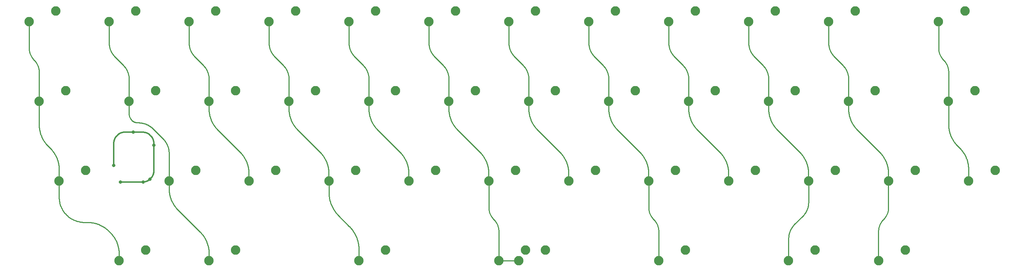
<source format=gbr>
G04 #@! TF.GenerationSoftware,KiCad,Pcbnew,(5.1.8)-1*
G04 #@! TF.CreationDate,2021-02-07T18:58:11+03:00*
G04 #@! TF.ProjectId,Rynok40,52796e6f-6b34-4302-9e6b-696361645f70,rev?*
G04 #@! TF.SameCoordinates,Original*
G04 #@! TF.FileFunction,Copper,L1,Top*
G04 #@! TF.FilePolarity,Positive*
%FSLAX46Y46*%
G04 Gerber Fmt 4.6, Leading zero omitted, Abs format (unit mm)*
G04 Created by KiCad (PCBNEW (5.1.8)-1) date 2021-02-07 18:58:11*
%MOMM*%
%LPD*%
G01*
G04 APERTURE LIST*
G04 #@! TA.AperFunction,ComponentPad*
%ADD10C,2.250000*%
G04 #@! TD*
G04 #@! TA.AperFunction,ViaPad*
%ADD11C,0.800000*%
G04 #@! TD*
G04 #@! TA.AperFunction,Conductor*
%ADD12C,0.304800*%
G04 #@! TD*
G04 #@! TA.AperFunction,Conductor*
%ADD13C,0.254000*%
G04 #@! TD*
G04 APERTURE END LIST*
D10*
X119697500Y-196215000D03*
X113347500Y-198755000D03*
X148272500Y-215265000D03*
X141922500Y-217805000D03*
X224472500Y-215265000D03*
X218122500Y-217805000D03*
X186372500Y-215265000D03*
X180022500Y-217805000D03*
X146685000Y-179705000D03*
X153035000Y-177165000D03*
X103028750Y-215265000D03*
X96678750Y-217805000D03*
X129222500Y-215265000D03*
X122872500Y-217805000D03*
X298291250Y-234315000D03*
X291941250Y-236855000D03*
X281622500Y-215265000D03*
X275272500Y-217805000D03*
X272097500Y-196215000D03*
X265747500Y-198755000D03*
X214947500Y-196215000D03*
X208597500Y-198755000D03*
X314960000Y-196215000D03*
X308610000Y-198755000D03*
X233997500Y-196215000D03*
X227647500Y-198755000D03*
X114935000Y-177165000D03*
X108585000Y-179705000D03*
X138747500Y-196215000D03*
X132397500Y-198755000D03*
X300672500Y-215265000D03*
X294322500Y-217805000D03*
X95885000Y-177165000D03*
X89535000Y-179705000D03*
X167322500Y-215265000D03*
X160972500Y-217805000D03*
X262572500Y-215265000D03*
X256222500Y-217805000D03*
X253047500Y-196215000D03*
X246697500Y-198755000D03*
X207803750Y-234315000D03*
X201453750Y-236855000D03*
X117316250Y-234315000D03*
X110966250Y-236855000D03*
X212566250Y-234315000D03*
X206216250Y-236855000D03*
X276860000Y-234315000D03*
X270510000Y-236855000D03*
X245903750Y-234315000D03*
X239553750Y-236855000D03*
X174466250Y-234315000D03*
X168116250Y-236855000D03*
X138747500Y-234315000D03*
X132397500Y-236855000D03*
X319722500Y-215265000D03*
X313372500Y-217805000D03*
X243522500Y-215265000D03*
X237172500Y-217805000D03*
X205422500Y-215265000D03*
X199072500Y-217805000D03*
X291147500Y-196215000D03*
X284797500Y-198755000D03*
X195897500Y-196215000D03*
X189547500Y-198755000D03*
X176847500Y-196215000D03*
X170497500Y-198755000D03*
X157797500Y-196215000D03*
X151447500Y-198755000D03*
X91916250Y-198755000D03*
X98266250Y-196215000D03*
X312578750Y-177165000D03*
X306228750Y-179705000D03*
X286385000Y-177165000D03*
X280035000Y-179705000D03*
X267335000Y-177165000D03*
X260985000Y-179705000D03*
X248285000Y-177165000D03*
X241935000Y-179705000D03*
X229235000Y-177165000D03*
X222885000Y-179705000D03*
X210185000Y-177165000D03*
X203835000Y-179705000D03*
X191135000Y-177165000D03*
X184785000Y-179705000D03*
X172085000Y-177165000D03*
X165735000Y-179705000D03*
X133985000Y-177165000D03*
X127635000Y-179705000D03*
D11*
X109720064Y-214047660D03*
X119245064Y-209227736D03*
X114387040Y-206110160D03*
X118356776Y-217309303D03*
X116754367Y-218014007D03*
X111307564Y-218016410D03*
D12*
X112860000Y-206072500D02*
X113312340Y-206110160D01*
X112307269Y-206085908D02*
X112860000Y-206072500D01*
X112307269Y-206085908D02*
X112247856Y-206088056D01*
X112247856Y-206088056D02*
X112188511Y-206091617D01*
X112188511Y-206091617D02*
X112129267Y-206096588D01*
X112129267Y-206096588D02*
X112070159Y-206102967D01*
X112070159Y-206102967D02*
X112011219Y-206110750D01*
X112011219Y-206110750D02*
X111952481Y-206119933D01*
X111952481Y-206119933D02*
X111893978Y-206130510D01*
X111893978Y-206130510D02*
X111835742Y-206142475D01*
X111835742Y-206142475D02*
X111777808Y-206155822D01*
X111777808Y-206155822D02*
X111720208Y-206170544D01*
X111720208Y-206170544D02*
X111662974Y-206186630D01*
X111662974Y-206186630D02*
X111606139Y-206204074D01*
X111606139Y-206204074D02*
X111549735Y-206222864D01*
X111549735Y-206222864D02*
X111493794Y-206242991D01*
X111493794Y-206242991D02*
X111438347Y-206264442D01*
X111438347Y-206264442D02*
X111383427Y-206287206D01*
X111383427Y-206287206D02*
X111329063Y-206311270D01*
X111329063Y-206311270D02*
X111275287Y-206336620D01*
X111275287Y-206336620D02*
X111222128Y-206363242D01*
X111222128Y-206363242D02*
X111169619Y-206391120D01*
X111169619Y-206391120D02*
X111117787Y-206420240D01*
X111117787Y-206420240D02*
X111066662Y-206450584D01*
X111066662Y-206450584D02*
X111016273Y-206482135D01*
X111016273Y-206482135D02*
X110966649Y-206514876D01*
X110966649Y-206514876D02*
X110917818Y-206548788D01*
X110917818Y-206548788D02*
X110869807Y-206583851D01*
X110869807Y-206583851D02*
X110822644Y-206620047D01*
X110822644Y-206620047D02*
X110776355Y-206657354D01*
X110776355Y-206657354D02*
X110730966Y-206695751D01*
X110730966Y-206695751D02*
X110686503Y-206735217D01*
X110686503Y-206735217D02*
X110642992Y-206775729D01*
X110642992Y-206775729D02*
X110600457Y-206817266D01*
X109720064Y-208697660D02*
X109720064Y-214047660D01*
X109720064Y-208697660D02*
X109720790Y-208638412D01*
X109720790Y-208638412D02*
X109722971Y-208579200D01*
X109722971Y-208579200D02*
X109726604Y-208520059D01*
X109726604Y-208520059D02*
X109731688Y-208461025D01*
X109731688Y-208461025D02*
X109738219Y-208402134D01*
X109738219Y-208402134D02*
X109746193Y-208343421D01*
X109746193Y-208343421D02*
X109755606Y-208284921D01*
X109755606Y-208284921D02*
X109766451Y-208226669D01*
X109766451Y-208226669D02*
X109778723Y-208168702D01*
X109778723Y-208168702D02*
X109792414Y-208111053D01*
X109792414Y-208111053D02*
X109807515Y-208053757D01*
X109807515Y-208053757D02*
X109824018Y-207996850D01*
X109824018Y-207996850D02*
X109841912Y-207940364D01*
X109841912Y-207940364D02*
X109861188Y-207884335D01*
X109861188Y-207884335D02*
X109881832Y-207828795D01*
X109881832Y-207828795D02*
X109903834Y-207773779D01*
X109903834Y-207773779D02*
X109927178Y-207719320D01*
X109927178Y-207719320D02*
X109951853Y-207665449D01*
X109951853Y-207665449D02*
X109977842Y-207612201D01*
X109977842Y-207612201D02*
X110005130Y-207559606D01*
X110005130Y-207559606D02*
X110033700Y-207507697D01*
X110033700Y-207507697D02*
X110063536Y-207456505D01*
X110063536Y-207456505D02*
X110094619Y-207406060D01*
X110094619Y-207406060D02*
X110126931Y-207356393D01*
X110126931Y-207356393D02*
X110160452Y-207307534D01*
X110160452Y-207307534D02*
X110195161Y-207259513D01*
X110195161Y-207259513D02*
X110231039Y-207212358D01*
X110231039Y-207212358D02*
X110268064Y-207166097D01*
X110268064Y-207166097D02*
X110306212Y-207120759D01*
X110306212Y-207120759D02*
X110345462Y-207076371D01*
X110345462Y-207076371D02*
X110385789Y-207032960D01*
X110385789Y-207032960D02*
X110427170Y-206990552D01*
X110427170Y-206990552D02*
X110600457Y-206817266D01*
X118364670Y-206817266D02*
X118322260Y-206775886D01*
X118322260Y-206775886D02*
X118278849Y-206735559D01*
X118278849Y-206735559D02*
X118234461Y-206696309D01*
X118234461Y-206696309D02*
X118189123Y-206658161D01*
X118189123Y-206658161D02*
X118142863Y-206621136D01*
X118142863Y-206621136D02*
X118095708Y-206585258D01*
X118095708Y-206585258D02*
X118047686Y-206550549D01*
X118047686Y-206550549D02*
X117998828Y-206517028D01*
X117998828Y-206517028D02*
X117949161Y-206484716D01*
X117949161Y-206484716D02*
X117898716Y-206453633D01*
X117898716Y-206453633D02*
X117847524Y-206423797D01*
X117847524Y-206423797D02*
X117795615Y-206395227D01*
X117795615Y-206395227D02*
X117743021Y-206367939D01*
X117743021Y-206367939D02*
X117689772Y-206341950D01*
X117689772Y-206341950D02*
X117635902Y-206317275D01*
X117635902Y-206317275D02*
X117581442Y-206293930D01*
X117581442Y-206293930D02*
X117526426Y-206271929D01*
X117526426Y-206271929D02*
X117470887Y-206251284D01*
X117470887Y-206251284D02*
X117414858Y-206232009D01*
X117414858Y-206232009D02*
X117358372Y-206214114D01*
X117358372Y-206214114D02*
X117301465Y-206197612D01*
X117301465Y-206197612D02*
X117244169Y-206182510D01*
X117244169Y-206182510D02*
X117186520Y-206168819D01*
X117186520Y-206168819D02*
X117128553Y-206156548D01*
X117128553Y-206156548D02*
X117070302Y-206145702D01*
X117070302Y-206145702D02*
X117011802Y-206136289D01*
X117011802Y-206136289D02*
X116953089Y-206128315D01*
X116953089Y-206128315D02*
X116894198Y-206121784D01*
X116894198Y-206121784D02*
X116835164Y-206116701D01*
X116835164Y-206116701D02*
X116776023Y-206113067D01*
X116776023Y-206113067D02*
X116716811Y-206110886D01*
X116716811Y-206110886D02*
X116657564Y-206110160D01*
X118537957Y-206990553D02*
X118364670Y-206817266D01*
X118537957Y-206990553D02*
X118579337Y-207032961D01*
X118579337Y-207032961D02*
X118619664Y-207076373D01*
X118619664Y-207076373D02*
X118658914Y-207120761D01*
X118658914Y-207120761D02*
X118697062Y-207166098D01*
X118697062Y-207166098D02*
X118734086Y-207212359D01*
X118734086Y-207212359D02*
X118769964Y-207259514D01*
X118769964Y-207259514D02*
X118804674Y-207307535D01*
X118804674Y-207307535D02*
X118838195Y-207356394D01*
X118838195Y-207356394D02*
X118870507Y-207406061D01*
X118870507Y-207406061D02*
X118901590Y-207456506D01*
X118901590Y-207456506D02*
X118931426Y-207507698D01*
X118931426Y-207507698D02*
X118959996Y-207559607D01*
X118959996Y-207559607D02*
X118987284Y-207612202D01*
X118987284Y-207612202D02*
X119013273Y-207665450D01*
X119013273Y-207665450D02*
X119037947Y-207719320D01*
X119037947Y-207719320D02*
X119061292Y-207773780D01*
X119061292Y-207773780D02*
X119083294Y-207828796D01*
X119083294Y-207828796D02*
X119103938Y-207884335D01*
X119103938Y-207884335D02*
X119123214Y-207940365D01*
X119123214Y-207940365D02*
X119141108Y-207996850D01*
X119141108Y-207996850D02*
X119157611Y-208053758D01*
X119157611Y-208053758D02*
X119172712Y-208111053D01*
X119172712Y-208111053D02*
X119186403Y-208168702D01*
X119186403Y-208168702D02*
X119198675Y-208226670D01*
X119198675Y-208226670D02*
X119209520Y-208284921D01*
X119209520Y-208284921D02*
X119218933Y-208343421D01*
X119218933Y-208343421D02*
X119226907Y-208402134D01*
X119226907Y-208402134D02*
X119233438Y-208461025D01*
X119233438Y-208461025D02*
X119238522Y-208520059D01*
X119238522Y-208520059D02*
X119242155Y-208579200D01*
X119242155Y-208579200D02*
X119244336Y-208638412D01*
X119244336Y-208638412D02*
X119245064Y-208697660D01*
X119245064Y-208697660D02*
X119245064Y-208794936D01*
X118537257Y-217135316D02*
X118500000Y-217172500D01*
X118537257Y-217135316D02*
X118578672Y-217092953D01*
X118578672Y-217092953D02*
X118619035Y-217049586D01*
X118619035Y-217049586D02*
X118658319Y-217005240D01*
X118658319Y-217005240D02*
X118696502Y-216959942D01*
X118696502Y-216959942D02*
X118733561Y-216913719D01*
X118733561Y-216913719D02*
X118769472Y-216866600D01*
X118769472Y-216866600D02*
X118804215Y-216818613D01*
X118804215Y-216818613D02*
X118837768Y-216769787D01*
X118837768Y-216769787D02*
X118870112Y-216720150D01*
X118870112Y-216720150D02*
X118901226Y-216669734D01*
X118901226Y-216669734D02*
X118931091Y-216618569D01*
X118931091Y-216618569D02*
X118959691Y-216566685D01*
X118959691Y-216566685D02*
X118987006Y-216514115D01*
X118987006Y-216514115D02*
X119013022Y-216460889D01*
X119013022Y-216460889D02*
X119037722Y-216407039D01*
X119037722Y-216407039D02*
X119061092Y-216352599D01*
X119061092Y-216352599D02*
X119083116Y-216297601D01*
X119083116Y-216297601D02*
X119103783Y-216242079D01*
X119103783Y-216242079D02*
X119123079Y-216186066D01*
X119123079Y-216186066D02*
X119140993Y-216129595D01*
X119140993Y-216129595D02*
X119157514Y-216072701D01*
X119157514Y-216072701D02*
X119172632Y-216015419D01*
X119172632Y-216015419D02*
X119186337Y-215957782D01*
X119186337Y-215957782D02*
X119198623Y-215899826D01*
X119198623Y-215899826D02*
X119209480Y-215841585D01*
X119209480Y-215841585D02*
X119218903Y-215783095D01*
X119218903Y-215783095D02*
X119226887Y-215724392D01*
X119226887Y-215724392D02*
X119233425Y-215665510D01*
X119233425Y-215665510D02*
X119238514Y-215606485D01*
X119238514Y-215606485D02*
X119242152Y-215547353D01*
X119242152Y-215547353D02*
X119244335Y-215488149D01*
X119244335Y-215488149D02*
X119245064Y-215428910D01*
X118356776Y-217309303D02*
X118419880Y-217246200D01*
X118356776Y-217309303D02*
X118314366Y-217350682D01*
X118314366Y-217350682D02*
X118270955Y-217391009D01*
X118270955Y-217391009D02*
X118226567Y-217430259D01*
X118226567Y-217430259D02*
X118181229Y-217468407D01*
X118181229Y-217468407D02*
X118134969Y-217505432D01*
X118134969Y-217505432D02*
X118087814Y-217541310D01*
X118087814Y-217541310D02*
X118039792Y-217576019D01*
X118039792Y-217576019D02*
X117990934Y-217609540D01*
X117990934Y-217609540D02*
X117941267Y-217641852D01*
X117941267Y-217641852D02*
X117890822Y-217672935D01*
X117890822Y-217672935D02*
X117839630Y-217702771D01*
X117839630Y-217702771D02*
X117787721Y-217731341D01*
X117787721Y-217731341D02*
X117735126Y-217758629D01*
X117735126Y-217758629D02*
X117681878Y-217784618D01*
X117681878Y-217784618D02*
X117628008Y-217809293D01*
X117628008Y-217809293D02*
X117573548Y-217832638D01*
X117573548Y-217832638D02*
X117518532Y-217854639D01*
X117518532Y-217854639D02*
X117462993Y-217875284D01*
X117462993Y-217875284D02*
X117406964Y-217894559D01*
X117406964Y-217894559D02*
X117350478Y-217912454D01*
X117350478Y-217912454D02*
X117293571Y-217928957D01*
X117293571Y-217928957D02*
X117236275Y-217944058D01*
X117236275Y-217944058D02*
X117178626Y-217957749D01*
X117178626Y-217957749D02*
X117120659Y-217970021D01*
X117120659Y-217970021D02*
X117062408Y-217980866D01*
X117062408Y-217980866D02*
X117003908Y-217990279D01*
X117003908Y-217990279D02*
X116945195Y-217998253D01*
X116945195Y-217998253D02*
X116886304Y-218004784D01*
X116886304Y-218004784D02*
X116827270Y-218009868D01*
X116827270Y-218009868D02*
X116768129Y-218013501D01*
X116768129Y-218013501D02*
X116754367Y-218014007D01*
X116708917Y-218015682D02*
X116649670Y-218016410D01*
X116649670Y-218016410D02*
X116616480Y-218016410D01*
X119245064Y-209227736D02*
X119245064Y-208794936D01*
X119245064Y-215428910D02*
X119245064Y-209227736D01*
X114387040Y-206110160D02*
X113312340Y-206110160D01*
X116657564Y-206110160D02*
X114387040Y-206110160D01*
X111307564Y-218016410D02*
X111307564Y-218016410D01*
X116754367Y-218014007D02*
X116708917Y-218015682D01*
X111307564Y-218016410D02*
X116616480Y-218016410D01*
D13*
X96678750Y-221641150D02*
X96678750Y-217805000D01*
X96678750Y-221641150D02*
X96685977Y-221935556D01*
X96685977Y-221935556D02*
X96707641Y-222229252D01*
X96707641Y-222229252D02*
X96743690Y-222521532D01*
X96743690Y-222521532D02*
X96794038Y-222811691D01*
X96794038Y-222811691D02*
X96858562Y-223099031D01*
X96858562Y-223099031D02*
X96937107Y-223382858D01*
X96937107Y-223382858D02*
X97029485Y-223662489D01*
X97029485Y-223662489D02*
X97135472Y-223937250D01*
X97135472Y-223937250D02*
X97254814Y-224206480D01*
X97254814Y-224206480D02*
X97387222Y-224469530D01*
X97387222Y-224469530D02*
X97532378Y-224725766D01*
X97532378Y-224725766D02*
X97689932Y-224974571D01*
X97689932Y-224974571D02*
X97859504Y-225215345D01*
X97859504Y-225215345D02*
X98040687Y-225447509D01*
X98040687Y-225447509D02*
X98233043Y-225670503D01*
X98233043Y-225670503D02*
X98436109Y-225883790D01*
X98436109Y-225883790D02*
X98649396Y-226086856D01*
X98649396Y-226086856D02*
X98872390Y-226279212D01*
X98872390Y-226279212D02*
X99104554Y-226460395D01*
X99104554Y-226460395D02*
X99345328Y-226629967D01*
X99345328Y-226629967D02*
X99594133Y-226787521D01*
X99594133Y-226787521D02*
X99850369Y-226932677D01*
X99850369Y-226932677D02*
X100113419Y-227065085D01*
X100113419Y-227065085D02*
X100382649Y-227184427D01*
X100382649Y-227184427D02*
X100657410Y-227290414D01*
X100657410Y-227290414D02*
X100937041Y-227382792D01*
X100937041Y-227382792D02*
X101220868Y-227461337D01*
X101220868Y-227461337D02*
X101508208Y-227525861D01*
X101508208Y-227525861D02*
X101798367Y-227576209D01*
X101798367Y-227576209D02*
X102090647Y-227612258D01*
X102090647Y-227612258D02*
X102384343Y-227633922D01*
X102384343Y-227633922D02*
X102678750Y-227641150D01*
X108528270Y-229762470D02*
X108401044Y-229638328D01*
X108401044Y-229638328D02*
X108270809Y-229517347D01*
X108270809Y-229517347D02*
X108137645Y-229399598D01*
X108137645Y-229399598D02*
X108001632Y-229285153D01*
X108001632Y-229285153D02*
X107862851Y-229174080D01*
X107862851Y-229174080D02*
X107721385Y-229066446D01*
X107721385Y-229066446D02*
X107577321Y-228962317D01*
X107577321Y-228962317D02*
X107430745Y-228861754D01*
X107430745Y-228861754D02*
X107281745Y-228764819D01*
X107281745Y-228764819D02*
X107130411Y-228671570D01*
X107130411Y-228671570D02*
X106976834Y-228582062D01*
X106976834Y-228582062D02*
X106821106Y-228496351D01*
X106821106Y-228496351D02*
X106663323Y-228414487D01*
X106663323Y-228414487D02*
X106503577Y-228336520D01*
X106503577Y-228336520D02*
X106341967Y-228262497D01*
X106341967Y-228262497D02*
X106178588Y-228192462D01*
X106178588Y-228192462D02*
X106013540Y-228126458D01*
X106013540Y-228126458D02*
X105846921Y-228064525D01*
X105846921Y-228064525D02*
X105678833Y-228006699D01*
X105678833Y-228006699D02*
X105509377Y-227953015D01*
X105509377Y-227953015D02*
X105338654Y-227903506D01*
X105338654Y-227903506D02*
X105166768Y-227858202D01*
X105166768Y-227858202D02*
X104993821Y-227817130D01*
X104993821Y-227817130D02*
X104819919Y-227780315D01*
X104819919Y-227780315D02*
X104645165Y-227747778D01*
X104645165Y-227747778D02*
X104469666Y-227719540D01*
X104469666Y-227719540D02*
X104293526Y-227695617D01*
X104293526Y-227695617D02*
X104116852Y-227676025D01*
X104116852Y-227676025D02*
X103939751Y-227660774D01*
X103939751Y-227660774D02*
X103762329Y-227649873D01*
X103762329Y-227649873D02*
X103584693Y-227643331D01*
X103584693Y-227643331D02*
X103406950Y-227641150D01*
X103406950Y-227641150D02*
X102678750Y-227641150D01*
X110966250Y-235200450D02*
X110966250Y-236855000D01*
X110966250Y-235200450D02*
X110964068Y-235022706D01*
X110964068Y-235022706D02*
X110957525Y-234845070D01*
X110957525Y-234845070D02*
X110946625Y-234667648D01*
X110946625Y-234667648D02*
X110931374Y-234490546D01*
X110931374Y-234490546D02*
X110911781Y-234313873D01*
X110911781Y-234313873D02*
X110887859Y-234137733D01*
X110887859Y-234137733D02*
X110859621Y-233962234D01*
X110859621Y-233962234D02*
X110827084Y-233787480D01*
X110827084Y-233787480D02*
X110790269Y-233613578D01*
X110790269Y-233613578D02*
X110749197Y-233440631D01*
X110749197Y-233440631D02*
X110703893Y-233268744D01*
X110703893Y-233268744D02*
X110654384Y-233098022D01*
X110654384Y-233098022D02*
X110600700Y-232928565D01*
X110600700Y-232928565D02*
X110542874Y-232760477D01*
X110542874Y-232760477D02*
X110480940Y-232593859D01*
X110480940Y-232593859D02*
X110414936Y-232428810D01*
X110414936Y-232428810D02*
X110344901Y-232265432D01*
X110344901Y-232265432D02*
X110270878Y-232103821D01*
X110270878Y-232103821D02*
X110192911Y-231944076D01*
X110192911Y-231944076D02*
X110111047Y-231786292D01*
X110111047Y-231786292D02*
X110025336Y-231630564D01*
X110025336Y-231630564D02*
X109935829Y-231476987D01*
X109935829Y-231476987D02*
X109842579Y-231325653D01*
X109842579Y-231325653D02*
X109745644Y-231176653D01*
X109745644Y-231176653D02*
X109645082Y-231030077D01*
X109645082Y-231030077D02*
X109540952Y-230886013D01*
X109540952Y-230886013D02*
X109433318Y-230744547D01*
X109433318Y-230744547D02*
X109322245Y-230605766D01*
X109322245Y-230605766D02*
X109207800Y-230469752D01*
X109207800Y-230469752D02*
X109090051Y-230336588D01*
X109090051Y-230336588D02*
X108969070Y-230206354D01*
X108969070Y-230206354D02*
X108844929Y-230079129D01*
X108844929Y-230079129D02*
X108528270Y-229762470D01*
X94037570Y-209404370D02*
X93913428Y-209277144D01*
X93913428Y-209277144D02*
X93792447Y-209146909D01*
X93792447Y-209146909D02*
X93674698Y-209013745D01*
X93674698Y-209013745D02*
X93560253Y-208877732D01*
X93560253Y-208877732D02*
X93449180Y-208738951D01*
X93449180Y-208738951D02*
X93341546Y-208597485D01*
X93341546Y-208597485D02*
X93237417Y-208453421D01*
X93237417Y-208453421D02*
X93136854Y-208306845D01*
X93136854Y-208306845D02*
X93039919Y-208157845D01*
X93039919Y-208157845D02*
X92946670Y-208006511D01*
X92946670Y-208006511D02*
X92857162Y-207852934D01*
X92857162Y-207852934D02*
X92771451Y-207697206D01*
X92771451Y-207697206D02*
X92689587Y-207539423D01*
X92689587Y-207539423D02*
X92611620Y-207379677D01*
X92611620Y-207379677D02*
X92537597Y-207218067D01*
X92537597Y-207218067D02*
X92467562Y-207054688D01*
X92467562Y-207054688D02*
X92401558Y-206889640D01*
X92401558Y-206889640D02*
X92339625Y-206723021D01*
X92339625Y-206723021D02*
X92281799Y-206554933D01*
X92281799Y-206554933D02*
X92228115Y-206385477D01*
X92228115Y-206385477D02*
X92178606Y-206214754D01*
X92178606Y-206214754D02*
X92133302Y-206042868D01*
X92133302Y-206042868D02*
X92092230Y-205869921D01*
X92092230Y-205869921D02*
X92055415Y-205696019D01*
X92055415Y-205696019D02*
X92022878Y-205521265D01*
X92022878Y-205521265D02*
X91994640Y-205345766D01*
X91994640Y-205345766D02*
X91970717Y-205169626D01*
X91970717Y-205169626D02*
X91951125Y-204992952D01*
X91951125Y-204992952D02*
X91935874Y-204815851D01*
X91935874Y-204815851D02*
X91924973Y-204638429D01*
X91924973Y-204638429D02*
X91918431Y-204460793D01*
X91918431Y-204460793D02*
X91916250Y-204283050D01*
X91916250Y-204283050D02*
X91916250Y-198755000D01*
X96678750Y-215045550D02*
X96678750Y-217805000D01*
X96678750Y-215045550D02*
X96676567Y-214867806D01*
X96676567Y-214867806D02*
X96670024Y-214690170D01*
X96670024Y-214690170D02*
X96659124Y-214512748D01*
X96659124Y-214512748D02*
X96643873Y-214335647D01*
X96643873Y-214335647D02*
X96624280Y-214158973D01*
X96624280Y-214158973D02*
X96600358Y-213982833D01*
X96600358Y-213982833D02*
X96572120Y-213807334D01*
X96572120Y-213807334D02*
X96539583Y-213632580D01*
X96539583Y-213632580D02*
X96502768Y-213458678D01*
X96502768Y-213458678D02*
X96461696Y-213285731D01*
X96461696Y-213285731D02*
X96416392Y-213113845D01*
X96416392Y-213113845D02*
X96366883Y-212943122D01*
X96366883Y-212943122D02*
X96313199Y-212773665D01*
X96313199Y-212773665D02*
X96255373Y-212605577D01*
X96255373Y-212605577D02*
X96193439Y-212438959D01*
X96193439Y-212438959D02*
X96127435Y-212273911D01*
X96127435Y-212273911D02*
X96057401Y-212110532D01*
X96057401Y-212110532D02*
X95983377Y-211948921D01*
X95983377Y-211948921D02*
X95905411Y-211789176D01*
X95905411Y-211789176D02*
X95823547Y-211631392D01*
X95823547Y-211631392D02*
X95737835Y-211475665D01*
X95737835Y-211475665D02*
X95648328Y-211322088D01*
X95648328Y-211322088D02*
X95555079Y-211170754D01*
X95555079Y-211170754D02*
X95458144Y-211021754D01*
X95458144Y-211021754D02*
X95357581Y-210875177D01*
X95357581Y-210875177D02*
X95253451Y-210731113D01*
X95253451Y-210731113D02*
X95145818Y-210589648D01*
X95145818Y-210589648D02*
X95034745Y-210450867D01*
X95034745Y-210450867D02*
X94920300Y-210314853D01*
X94920300Y-210314853D02*
X94802551Y-210181689D01*
X94802551Y-210181689D02*
X94681569Y-210051455D01*
X94681569Y-210051455D02*
X94557429Y-209924229D01*
X94557429Y-209924229D02*
X94037570Y-209404370D01*
X91916250Y-191741850D02*
X91916250Y-198755000D01*
X91916250Y-191741850D02*
X91915028Y-191642313D01*
X91915028Y-191642313D02*
X91911364Y-191542837D01*
X91911364Y-191542837D02*
X91905260Y-191443480D01*
X91905260Y-191443480D02*
X91896719Y-191344304D01*
X91896719Y-191344304D02*
X91885747Y-191245366D01*
X91885747Y-191245366D02*
X91872351Y-191146728D01*
X91872351Y-191146728D02*
X91856537Y-191048449D01*
X91856537Y-191048449D02*
X91838317Y-190950587D01*
X91838317Y-190950587D02*
X91817700Y-190853201D01*
X91817700Y-190853201D02*
X91794700Y-190756351D01*
X91794700Y-190756351D02*
X91769330Y-190660095D01*
X91769330Y-190660095D02*
X91741605Y-190564490D01*
X91741605Y-190564490D02*
X91711542Y-190469594D01*
X91711542Y-190469594D02*
X91679159Y-190375465D01*
X91679159Y-190375465D02*
X91644476Y-190282158D01*
X91644476Y-190282158D02*
X91607514Y-190189731D01*
X91607514Y-190189731D02*
X91568295Y-190098239D01*
X91568295Y-190098239D02*
X91526842Y-190007737D01*
X91526842Y-190007737D02*
X91483180Y-189918280D01*
X91483180Y-189918280D02*
X91437336Y-189829921D01*
X91437336Y-189829921D02*
X91389338Y-189742714D01*
X91389338Y-189742714D02*
X91339214Y-189656710D01*
X91339214Y-189656710D02*
X91286994Y-189571963D01*
X91286994Y-189571963D02*
X91232710Y-189488523D01*
X91232710Y-189488523D02*
X91176395Y-189406441D01*
X91176395Y-189406441D02*
X91118083Y-189325765D01*
X91118083Y-189325765D02*
X91057808Y-189246544D01*
X91057808Y-189246544D02*
X90995607Y-189168826D01*
X90995607Y-189168826D02*
X90931518Y-189092659D01*
X90931518Y-189092659D02*
X90865578Y-189018087D01*
X90865578Y-189018087D02*
X90797829Y-188945156D01*
X90797829Y-188945156D02*
X90728310Y-188873910D01*
X89535000Y-186000600D02*
X89535000Y-179705000D01*
X89535000Y-186000600D02*
X89536221Y-186100136D01*
X89536221Y-186100136D02*
X89539885Y-186199612D01*
X89539885Y-186199612D02*
X89545989Y-186298968D01*
X89545989Y-186298968D02*
X89554530Y-186398145D01*
X89554530Y-186398145D02*
X89565502Y-186497082D01*
X89565502Y-186497082D02*
X89578898Y-186595720D01*
X89578898Y-186595720D02*
X89594712Y-186694000D01*
X89594712Y-186694000D02*
X89612932Y-186791862D01*
X89612932Y-186791862D02*
X89633549Y-186889247D01*
X89633549Y-186889247D02*
X89656549Y-186986097D01*
X89656549Y-186986097D02*
X89681919Y-187082354D01*
X89681919Y-187082354D02*
X89709644Y-187177959D01*
X89709644Y-187177959D02*
X89739707Y-187272854D01*
X89739707Y-187272854D02*
X89772090Y-187366984D01*
X89772090Y-187366984D02*
X89806773Y-187460290D01*
X89806773Y-187460290D02*
X89843735Y-187552717D01*
X89843735Y-187552717D02*
X89882954Y-187644209D01*
X89882954Y-187644209D02*
X89924407Y-187734711D01*
X89924407Y-187734711D02*
X89968069Y-187824168D01*
X89968069Y-187824168D02*
X90013912Y-187912527D01*
X90013912Y-187912527D02*
X90061911Y-187999734D01*
X90061911Y-187999734D02*
X90112035Y-188085738D01*
X90112035Y-188085738D02*
X90164255Y-188170485D01*
X90164255Y-188170485D02*
X90218538Y-188253925D01*
X90218538Y-188253925D02*
X90274853Y-188336007D01*
X90274853Y-188336007D02*
X90333166Y-188416683D01*
X90333166Y-188416683D02*
X90393441Y-188495904D01*
X90393441Y-188495904D02*
X90455641Y-188573621D01*
X90455641Y-188573621D02*
X90519731Y-188649789D01*
X90519731Y-188649789D02*
X90585670Y-188724361D01*
X90585670Y-188724361D02*
X90653420Y-188797292D01*
X90653420Y-188797292D02*
X90722939Y-188868539D01*
X90722939Y-188868539D02*
X90728310Y-188873910D01*
X89536221Y-186100136D02*
X89539885Y-186199612D01*
X89656549Y-186986097D02*
X89681919Y-187082354D01*
X89739707Y-187272854D02*
X89772090Y-187366984D01*
X89565502Y-186497082D02*
X89578898Y-186595720D01*
X90013912Y-187912527D02*
X90061911Y-187999734D01*
X90455641Y-188573621D02*
X90519731Y-188649789D01*
X90653420Y-188797292D02*
X90722939Y-188868539D01*
X90722939Y-188868539D02*
X90728310Y-188873910D01*
X89709644Y-187177959D02*
X89739707Y-187272854D01*
X89539885Y-186199612D02*
X89545989Y-186298968D01*
X89545989Y-186298968D02*
X89554530Y-186398145D01*
X89772090Y-187366984D02*
X89806773Y-187460290D01*
X89535000Y-186000600D02*
X89535000Y-179705000D01*
X89681919Y-187082354D02*
X89709644Y-187177959D01*
X89806773Y-187460290D02*
X89843735Y-187552717D01*
X89843735Y-187552717D02*
X89882954Y-187644209D01*
X89924407Y-187734711D02*
X89968069Y-187824168D01*
X89968069Y-187824168D02*
X90013912Y-187912527D01*
X90061911Y-187999734D02*
X90112035Y-188085738D01*
X90164255Y-188170485D02*
X90218538Y-188253925D01*
X90218538Y-188253925D02*
X90274853Y-188336007D01*
X89882954Y-187644209D02*
X89924407Y-187734711D01*
X90274853Y-188336007D02*
X90333166Y-188416683D01*
X90393441Y-188495904D02*
X90455641Y-188573621D01*
X90585670Y-188724361D02*
X90653420Y-188797292D01*
X89612932Y-186791862D02*
X89633549Y-186889247D01*
X89554530Y-186398145D02*
X89565502Y-186497082D01*
X89633549Y-186889247D02*
X89656549Y-186986097D01*
X89578898Y-186595720D02*
X89594712Y-186694000D01*
X89594712Y-186694000D02*
X89612932Y-186791862D01*
X90112035Y-188085738D02*
X90164255Y-188170485D01*
X90519731Y-188649789D02*
X90585670Y-188724361D01*
X90333166Y-188416683D02*
X90393441Y-188495904D01*
X89535000Y-186000600D02*
X89536221Y-186100136D01*
X91915028Y-191642313D02*
X91911364Y-191542837D01*
X91679159Y-190375465D02*
X91644476Y-190282158D01*
X91483180Y-189918280D02*
X91437336Y-189829921D01*
X91711542Y-190469594D02*
X91679159Y-190375465D01*
X91644476Y-190282158D02*
X91607514Y-190189731D01*
X91856537Y-191048449D02*
X91838317Y-190950587D01*
X91176395Y-189406441D02*
X91118083Y-189325765D01*
X90865578Y-189018087D02*
X90797829Y-188945156D01*
X91437336Y-189829921D02*
X91389338Y-189742714D01*
X91916250Y-191741850D02*
X91915028Y-191642313D01*
X91389338Y-189742714D02*
X91339214Y-189656710D01*
X91885747Y-191245366D02*
X91872351Y-191146728D01*
X91526842Y-190007737D02*
X91483180Y-189918280D01*
X91286994Y-189571963D02*
X91232710Y-189488523D01*
X91232710Y-189488523D02*
X91176395Y-189406441D01*
X90931518Y-189092659D02*
X90865578Y-189018087D01*
X91057808Y-189246544D02*
X90995607Y-189168826D01*
X91896719Y-191344304D02*
X91885747Y-191245366D01*
X91794700Y-190756351D02*
X91769330Y-190660095D01*
X91607514Y-190189731D02*
X91568295Y-190098239D01*
X91817700Y-190853201D02*
X91794700Y-190756351D01*
X91838317Y-190950587D02*
X91817700Y-190853201D01*
X91741605Y-190564490D02*
X91711542Y-190469594D01*
X91568295Y-190098239D02*
X91526842Y-190007737D01*
X91905260Y-191443480D02*
X91896719Y-191344304D01*
X91339214Y-189656710D02*
X91286994Y-189571963D01*
X91118083Y-189325765D02*
X91057808Y-189246544D01*
X90995607Y-189168826D02*
X90931518Y-189092659D01*
X90797829Y-188945156D02*
X90728310Y-188873910D01*
X91911364Y-191542837D02*
X91905260Y-191443480D01*
X91872351Y-191146728D02*
X91856537Y-191048449D01*
X91916250Y-191741850D02*
X91916250Y-198755000D01*
X91769330Y-190660095D02*
X91741605Y-190564490D01*
X108585000Y-184690000D02*
X108585000Y-179705000D01*
X109681002Y-187753121D02*
X109757299Y-187843796D01*
X109757299Y-187843796D02*
X109835798Y-187932572D01*
X109835798Y-187932572D02*
X109916452Y-188019395D01*
X109916452Y-188019395D02*
X109999213Y-188104213D01*
X113347500Y-193452500D02*
X113347500Y-198755000D01*
X113347500Y-193452500D02*
X113346045Y-193334004D01*
X113346045Y-193334004D02*
X113341683Y-193215580D01*
X113341683Y-193215580D02*
X113334417Y-193097298D01*
X113334417Y-193097298D02*
X113324249Y-192979231D01*
X113324249Y-192979231D02*
X113311187Y-192861448D01*
X113311187Y-192861448D02*
X113295239Y-192744022D01*
X113295239Y-192744022D02*
X113276414Y-192627022D01*
X113276414Y-192627022D02*
X113254723Y-192510520D01*
X113254723Y-192510520D02*
X113230179Y-192394585D01*
X113230179Y-192394585D02*
X113202798Y-192279287D01*
X113202798Y-192279287D02*
X113172595Y-192164696D01*
X113172595Y-192164696D02*
X113139589Y-192050881D01*
X113139589Y-192050881D02*
X113103800Y-191937910D01*
X113103800Y-191937910D02*
X113065249Y-191825851D01*
X113065249Y-191825851D02*
X113023960Y-191714772D01*
X113023960Y-191714772D02*
X112979957Y-191604740D01*
X112979957Y-191604740D02*
X112933267Y-191495821D01*
X112933267Y-191495821D02*
X112883919Y-191388081D01*
X112883919Y-191388081D02*
X112831941Y-191281584D01*
X112831941Y-191281584D02*
X112777365Y-191176394D01*
X112777365Y-191176394D02*
X112720224Y-191072576D01*
X112720224Y-191072576D02*
X112660552Y-190970191D01*
X112660552Y-190970191D02*
X112598386Y-190869302D01*
X112598386Y-190869302D02*
X112533763Y-190769969D01*
X112533763Y-190769969D02*
X112466721Y-190672251D01*
X112466721Y-190672251D02*
X112397301Y-190576208D01*
X112397301Y-190576208D02*
X112325545Y-190481898D01*
X112325545Y-190481898D02*
X112251497Y-190389377D01*
X112251497Y-190389377D02*
X112175200Y-190298701D01*
X112175200Y-190298701D02*
X112096701Y-190209925D01*
X112096701Y-190209925D02*
X112016046Y-190123103D01*
X112016046Y-190123103D02*
X111933286Y-190038286D01*
X111933286Y-190038286D02*
X109999213Y-188104213D01*
X113347500Y-201735000D02*
X113347500Y-198755000D01*
X113347500Y-201735000D02*
X113350029Y-201838042D01*
X113350029Y-201838042D02*
X113357612Y-201940835D01*
X113357612Y-201940835D02*
X113370229Y-202043133D01*
X113370229Y-202043133D02*
X113387850Y-202144689D01*
X113387850Y-202144689D02*
X113410434Y-202245258D01*
X113410434Y-202245258D02*
X113437925Y-202344597D01*
X113437925Y-202344597D02*
X113470257Y-202442468D01*
X113470257Y-202442468D02*
X113507352Y-202538635D01*
X113507352Y-202538635D02*
X113549122Y-202632865D01*
X113549122Y-202632865D02*
X113595465Y-202724933D01*
X113595465Y-202724933D02*
X113646269Y-202814615D01*
X113646269Y-202814615D02*
X113701413Y-202901697D01*
X113701413Y-202901697D02*
X113760764Y-202985968D01*
X113760764Y-202985968D02*
X113824178Y-203067225D01*
X113824178Y-203067225D02*
X113891502Y-203145273D01*
X113891502Y-203145273D02*
X113962575Y-203219924D01*
X113962575Y-203219924D02*
X114037226Y-203290997D01*
X114037226Y-203290997D02*
X114115274Y-203358321D01*
X114115274Y-203358321D02*
X114196531Y-203421735D01*
X114196531Y-203421735D02*
X114280802Y-203481086D01*
X114280802Y-203481086D02*
X114367884Y-203536230D01*
X114367884Y-203536230D02*
X114457566Y-203587034D01*
X114457566Y-203587034D02*
X114549634Y-203633377D01*
X114549634Y-203633377D02*
X114643864Y-203675147D01*
X114643864Y-203675147D02*
X114740031Y-203712242D01*
X114740031Y-203712242D02*
X114837902Y-203744574D01*
X114837902Y-203744574D02*
X114937241Y-203772065D01*
X114937241Y-203772065D02*
X115037810Y-203794649D01*
X115037810Y-203794649D02*
X115139366Y-203812270D01*
X115139366Y-203812270D02*
X115241664Y-203824887D01*
X115241664Y-203824887D02*
X115344457Y-203832470D01*
X115344457Y-203832470D02*
X115447500Y-203835000D01*
X119086924Y-205319924D02*
X118997865Y-205233025D01*
X118997865Y-205233025D02*
X118906701Y-205148338D01*
X118906701Y-205148338D02*
X118813487Y-205065914D01*
X118813487Y-205065914D02*
X118718277Y-204985802D01*
X118718277Y-204985802D02*
X118621130Y-204908051D01*
X118621130Y-204908051D02*
X118522105Y-204832707D01*
X118522105Y-204832707D02*
X118421260Y-204759817D01*
X118421260Y-204759817D02*
X118318656Y-204689423D01*
X118318656Y-204689423D02*
X118214356Y-204621568D01*
X118214356Y-204621568D02*
X118108422Y-204556294D01*
X118108422Y-204556294D02*
X118000918Y-204493639D01*
X118000918Y-204493639D02*
X117891909Y-204433641D01*
X117891909Y-204433641D02*
X117781461Y-204376336D01*
X117781461Y-204376336D02*
X117669639Y-204321759D01*
X117669639Y-204321759D02*
X117556511Y-204269943D01*
X117556511Y-204269943D02*
X117442146Y-204220919D01*
X117442146Y-204220919D02*
X117326613Y-204174716D01*
X117326613Y-204174716D02*
X117209980Y-204131362D01*
X117209980Y-204131362D02*
X117092318Y-204090884D01*
X117092318Y-204090884D02*
X116973699Y-204053305D01*
X116973699Y-204053305D02*
X116854193Y-204018649D01*
X116854193Y-204018649D02*
X116733872Y-203986936D01*
X116733872Y-203986936D02*
X116612810Y-203958186D01*
X116612810Y-203958186D02*
X116491078Y-203932415D01*
X116491078Y-203932415D02*
X116368750Y-203909639D01*
X116368750Y-203909639D02*
X116245901Y-203889873D01*
X116245901Y-203889873D02*
X116122603Y-203873127D01*
X116122603Y-203873127D02*
X115998932Y-203859412D01*
X115998932Y-203859412D02*
X115874961Y-203848736D01*
X115874961Y-203848736D02*
X115750765Y-203841106D01*
X115750765Y-203841106D02*
X115626420Y-203836526D01*
X115626420Y-203836526D02*
X115502000Y-203835000D01*
X115502000Y-203835000D02*
X115447500Y-203835000D01*
X122872500Y-211205500D02*
X122872500Y-217805000D01*
X122872500Y-211205500D02*
X122870973Y-211081079D01*
X122870973Y-211081079D02*
X122866393Y-210956734D01*
X122866393Y-210956734D02*
X122858763Y-210832538D01*
X122858763Y-210832538D02*
X122848087Y-210708567D01*
X122848087Y-210708567D02*
X122834372Y-210584896D01*
X122834372Y-210584896D02*
X122817626Y-210461598D01*
X122817626Y-210461598D02*
X122797859Y-210338748D01*
X122797859Y-210338748D02*
X122775084Y-210216421D01*
X122775084Y-210216421D02*
X122749313Y-210094689D01*
X122749313Y-210094689D02*
X122720562Y-209973626D01*
X122720562Y-209973626D02*
X122688850Y-209853306D01*
X122688850Y-209853306D02*
X122654193Y-209733800D01*
X122654193Y-209733800D02*
X122616615Y-209615180D01*
X122616615Y-209615180D02*
X122576137Y-209497518D01*
X122576137Y-209497518D02*
X122532783Y-209380886D01*
X122532783Y-209380886D02*
X122486580Y-209265352D01*
X122486580Y-209265352D02*
X122437556Y-209150987D01*
X122437556Y-209150987D02*
X122385740Y-209037859D01*
X122385740Y-209037859D02*
X122331163Y-208926038D01*
X122331163Y-208926038D02*
X122273858Y-208815589D01*
X122273858Y-208815589D02*
X122213860Y-208706580D01*
X122213860Y-208706580D02*
X122151205Y-208599076D01*
X122151205Y-208599076D02*
X122085930Y-208493142D01*
X122085930Y-208493142D02*
X122018076Y-208388842D01*
X122018076Y-208388842D02*
X121947682Y-208286238D01*
X121947682Y-208286238D02*
X121874791Y-208185393D01*
X121874791Y-208185393D02*
X121799448Y-208086368D01*
X121799448Y-208086368D02*
X121721697Y-207989221D01*
X121721697Y-207989221D02*
X121641585Y-207894011D01*
X121641585Y-207894011D02*
X121559161Y-207800796D01*
X121559161Y-207800796D02*
X121474474Y-207709632D01*
X121474474Y-207709632D02*
X121387575Y-207620575D01*
X121387575Y-207620575D02*
X119086924Y-205319924D01*
X122872500Y-219555000D02*
X122872500Y-217805000D01*
X122872500Y-219555000D02*
X122874681Y-219732743D01*
X122874681Y-219732743D02*
X122881224Y-219910379D01*
X122881224Y-219910379D02*
X122892124Y-220087801D01*
X122892124Y-220087801D02*
X122907375Y-220264902D01*
X122907375Y-220264902D02*
X122926968Y-220441576D01*
X122926968Y-220441576D02*
X122950890Y-220617716D01*
X122950890Y-220617716D02*
X122979128Y-220793215D01*
X122979128Y-220793215D02*
X123011665Y-220967968D01*
X123011665Y-220967968D02*
X123048480Y-221141871D01*
X123048480Y-221141871D02*
X123089552Y-221314817D01*
X123089552Y-221314817D02*
X123134856Y-221486704D01*
X123134856Y-221486704D02*
X123184365Y-221657427D01*
X123184365Y-221657427D02*
X123238049Y-221826883D01*
X123238049Y-221826883D02*
X123295875Y-221994971D01*
X123295875Y-221994971D02*
X123357809Y-222161590D01*
X123357809Y-222161590D02*
X123423813Y-222326638D01*
X123423813Y-222326638D02*
X123493847Y-222490016D01*
X123493847Y-222490016D02*
X123567870Y-222651627D01*
X123567870Y-222651627D02*
X123645837Y-222811373D01*
X123645837Y-222811373D02*
X123727701Y-222969156D01*
X123727701Y-222969156D02*
X123813413Y-223124884D01*
X123813413Y-223124884D02*
X123902920Y-223278461D01*
X123902920Y-223278461D02*
X123996169Y-223429795D01*
X123996169Y-223429795D02*
X124093104Y-223578795D01*
X124093104Y-223578795D02*
X124193667Y-223725371D01*
X124193667Y-223725371D02*
X124297797Y-223869435D01*
X124297797Y-223869435D02*
X124405430Y-224010900D01*
X124405430Y-224010900D02*
X124516503Y-224149682D01*
X124516503Y-224149682D02*
X124630948Y-224285695D01*
X124630948Y-224285695D02*
X124748697Y-224418859D01*
X124748697Y-224418859D02*
X124869679Y-224549093D01*
X124869679Y-224549093D02*
X124993820Y-224676320D01*
X132397500Y-235080000D02*
X132397500Y-236855000D01*
X132397500Y-235080000D02*
X132395317Y-234902256D01*
X132395317Y-234902256D02*
X132388774Y-234724620D01*
X132388774Y-234724620D02*
X132377874Y-234547198D01*
X132377874Y-234547198D02*
X132362623Y-234370097D01*
X132362623Y-234370097D02*
X132343030Y-234193423D01*
X132343030Y-234193423D02*
X132319108Y-234017283D01*
X132319108Y-234017283D02*
X132290870Y-233841784D01*
X132290870Y-233841784D02*
X132258333Y-233667030D01*
X132258333Y-233667030D02*
X132221518Y-233493128D01*
X132221518Y-233493128D02*
X132180446Y-233320181D01*
X132180446Y-233320181D02*
X132135142Y-233148295D01*
X132135142Y-233148295D02*
X132085633Y-232977572D01*
X132085633Y-232977572D02*
X132031949Y-232808115D01*
X132031949Y-232808115D02*
X131974123Y-232640027D01*
X131974123Y-232640027D02*
X131912189Y-232473409D01*
X131912189Y-232473409D02*
X131846185Y-232308361D01*
X131846185Y-232308361D02*
X131776151Y-232144982D01*
X131776151Y-232144982D02*
X131702127Y-231983371D01*
X131702127Y-231983371D02*
X131624161Y-231823626D01*
X131624161Y-231823626D02*
X131542297Y-231665842D01*
X131542297Y-231665842D02*
X131456585Y-231510115D01*
X131456585Y-231510115D02*
X131367078Y-231356538D01*
X131367078Y-231356538D02*
X131273829Y-231205204D01*
X131273829Y-231205204D02*
X131176894Y-231056204D01*
X131176894Y-231056204D02*
X131076331Y-230909627D01*
X131076331Y-230909627D02*
X130972201Y-230765563D01*
X130972201Y-230765563D02*
X130864568Y-230624098D01*
X130864568Y-230624098D02*
X130753495Y-230485317D01*
X130753495Y-230485317D02*
X130639050Y-230349303D01*
X130639050Y-230349303D02*
X130521301Y-230216139D01*
X130521301Y-230216139D02*
X130400319Y-230085905D01*
X130400319Y-230085905D02*
X130276179Y-229958679D01*
X130276179Y-229958679D02*
X124993820Y-224676320D01*
X109606953Y-187660600D02*
X109681002Y-187753121D01*
X108792910Y-186091618D02*
X108828699Y-186204589D01*
X108952542Y-186537758D02*
X108999231Y-186646677D01*
X108828699Y-186204589D02*
X108867250Y-186316647D01*
X109465778Y-187470247D02*
X109535197Y-187566290D01*
X109100558Y-186860915D02*
X109155134Y-186966104D01*
X108999231Y-186646677D02*
X109048580Y-186754418D01*
X108759904Y-185977802D02*
X108792910Y-186091618D01*
X109048580Y-186754418D02*
X109100558Y-186860915D01*
X108867250Y-186316647D02*
X108908539Y-186427726D01*
X109212275Y-187069922D02*
X109271946Y-187172307D01*
X108729701Y-185863211D02*
X108759904Y-185977802D01*
X109398736Y-187372529D02*
X109465778Y-187470247D01*
X109155134Y-186966104D02*
X109212275Y-187069922D01*
X109535197Y-187566290D02*
X109606953Y-187660600D01*
X109271946Y-187172307D02*
X109334113Y-187273196D01*
X109334113Y-187273196D02*
X109398736Y-187372529D01*
X108908539Y-186427726D02*
X108952542Y-186537758D01*
X108656085Y-185515476D02*
X108677776Y-185631979D01*
X108702320Y-185747914D02*
X108729701Y-185863211D01*
X108637260Y-185398477D02*
X108656085Y-185515476D01*
X108590816Y-184926919D02*
X108598082Y-185045201D01*
X108621312Y-185281050D02*
X108637260Y-185398477D01*
X108598082Y-185045201D02*
X108608250Y-185163268D01*
X108585000Y-184690000D02*
X108586454Y-184808495D01*
X108608250Y-185163268D02*
X108621312Y-185281050D01*
X108586454Y-184808495D02*
X108590816Y-184926919D01*
X108677776Y-185631979D02*
X108702320Y-185747914D01*
X128205134Y-186966104D02*
X128262275Y-187069922D01*
X128384113Y-187273196D02*
X128448736Y-187372529D01*
X127635000Y-184690000D02*
X127635000Y-179705000D01*
X127658250Y-185163268D02*
X127671312Y-185281050D01*
X127752320Y-185747914D02*
X127779701Y-185863211D01*
X128321946Y-187172307D02*
X128384113Y-187273196D01*
X128656953Y-187660600D02*
X128731002Y-187753121D01*
X128731002Y-187753121D02*
X128807299Y-187843796D01*
X127636454Y-184808495D02*
X127640816Y-184926919D01*
X128002542Y-186537758D02*
X128049231Y-186646677D01*
X127671312Y-185281050D02*
X127687260Y-185398477D01*
X128262275Y-187069922D02*
X128321946Y-187172307D01*
X128515778Y-187470247D02*
X128585197Y-187566290D01*
X128807299Y-187843796D02*
X128885798Y-187932572D01*
X128966452Y-188019395D02*
X129049213Y-188104213D01*
X127635000Y-184690000D02*
X127636454Y-184808495D01*
X128049231Y-186646677D02*
X128098580Y-186754418D01*
X128585197Y-187566290D02*
X128656953Y-187660600D01*
X127779701Y-185863211D02*
X127809904Y-185977802D01*
X127842910Y-186091618D02*
X127878699Y-186204589D01*
X127878699Y-186204589D02*
X127917250Y-186316647D01*
X127917250Y-186316647D02*
X127958539Y-186427726D01*
X127706085Y-185515476D02*
X127727776Y-185631979D01*
X127727776Y-185631979D02*
X127752320Y-185747914D01*
X127809904Y-185977802D02*
X127842910Y-186091618D01*
X127958539Y-186427726D02*
X128002542Y-186537758D01*
X128098580Y-186754418D02*
X128150558Y-186860915D01*
X128885798Y-187932572D02*
X128966452Y-188019395D01*
X127687260Y-185398477D02*
X127706085Y-185515476D01*
X128448736Y-187372529D02*
X128515778Y-187470247D01*
X127640816Y-184926919D02*
X127648082Y-185045201D01*
X127648082Y-185045201D02*
X127658250Y-185163268D01*
X128150558Y-186860915D02*
X128205134Y-186966104D01*
X132326414Y-192627022D02*
X132304723Y-192510520D01*
X132304723Y-192510520D02*
X132280179Y-192394585D01*
X132397500Y-193452500D02*
X132397500Y-198755000D01*
X132397500Y-193452500D02*
X132396045Y-193334004D01*
X132396045Y-193334004D02*
X132391683Y-193215580D01*
X132384417Y-193097298D02*
X132374249Y-192979231D01*
X132374249Y-192979231D02*
X132361187Y-192861448D01*
X132345239Y-192744022D02*
X132326414Y-192627022D01*
X132280179Y-192394585D02*
X132252798Y-192279287D01*
X132252798Y-192279287D02*
X132222595Y-192164696D01*
X132189589Y-192050881D02*
X132153800Y-191937910D01*
X132153800Y-191937910D02*
X132115249Y-191825851D01*
X132222595Y-192164696D02*
X132189589Y-192050881D01*
X132391683Y-193215580D02*
X132384417Y-193097298D01*
X132361187Y-192861448D02*
X132345239Y-192744022D01*
X132115249Y-191825851D02*
X132073960Y-191714772D01*
X131710552Y-190970191D02*
X131648386Y-190869302D01*
X131516721Y-190672251D02*
X131447301Y-190576208D01*
X131827365Y-191176394D02*
X131770224Y-191072576D01*
X131066046Y-190123103D02*
X130983286Y-190038286D01*
X132029957Y-191604740D02*
X131983267Y-191495821D01*
X130983286Y-190038286D02*
X129049213Y-188104213D01*
X131225200Y-190298701D02*
X131146701Y-190209925D01*
X131770224Y-191072576D02*
X131710552Y-190970191D01*
X131375545Y-190481898D02*
X131301497Y-190389377D01*
X131983267Y-191495821D02*
X131933919Y-191388081D01*
X131447301Y-190576208D02*
X131375545Y-190481898D01*
X131648386Y-190869302D02*
X131583763Y-190769969D01*
X131933919Y-191388081D02*
X131881941Y-191281584D01*
X131301497Y-190389377D02*
X131225200Y-190298701D01*
X131146701Y-190209925D02*
X131066046Y-190123103D01*
X131881941Y-191281584D02*
X131827365Y-191176394D01*
X131583763Y-190769969D02*
X131516721Y-190672251D01*
X132073960Y-191714772D02*
X132029957Y-191604740D01*
X141723658Y-214387248D02*
X141682586Y-214214301D01*
X141637282Y-214042415D02*
X141587773Y-213871692D01*
X141682586Y-214214301D02*
X141637282Y-214042415D01*
X141890914Y-215618740D02*
X141880014Y-215441318D01*
X141587773Y-213871692D02*
X141534089Y-213702235D01*
X141534089Y-213702235D02*
X141476263Y-213534147D01*
X141897457Y-215796376D02*
X141890914Y-215618740D01*
X141880014Y-215441318D02*
X141864763Y-215264217D01*
X141899640Y-215974120D02*
X141897457Y-215796376D01*
X141845170Y-215087543D02*
X141821248Y-214911403D01*
X141821248Y-214911403D02*
X141793010Y-214735904D01*
X141760473Y-214561150D02*
X141723658Y-214387248D01*
X141864763Y-215264217D02*
X141845170Y-215087543D01*
X141899640Y-215974120D02*
X141899640Y-217749120D01*
X141793010Y-214735904D02*
X141760473Y-214561150D01*
X141126301Y-212717746D02*
X141044437Y-212559962D01*
X140023441Y-211110259D02*
X139902459Y-210980025D01*
X140869218Y-212250658D02*
X140775969Y-212099324D01*
X140679034Y-211950324D02*
X140578471Y-211803747D01*
X139778319Y-210852799D02*
X134495960Y-205570440D01*
X140255635Y-211379437D02*
X140141190Y-211243423D01*
X141476263Y-213534147D02*
X141414329Y-213367529D01*
X140474341Y-211659683D02*
X140366708Y-211518218D01*
X141044437Y-212559962D02*
X140958725Y-212404235D01*
X141414329Y-213367529D02*
X141348325Y-213202481D01*
X140775969Y-212099324D02*
X140679034Y-211950324D01*
X140141190Y-211243423D02*
X140023441Y-211110259D01*
X141348325Y-213202481D02*
X141278291Y-213039102D01*
X141204267Y-212877491D02*
X141126301Y-212717746D01*
X141278291Y-213039102D02*
X141204267Y-212877491D01*
X140366708Y-211518218D02*
X140255635Y-211379437D01*
X140578471Y-211803747D02*
X140474341Y-211659683D01*
X140958725Y-212404235D02*
X140869218Y-212250658D01*
X139902459Y-210980025D02*
X139778319Y-210852799D01*
X132481268Y-201687335D02*
X132513805Y-201862088D01*
X132374640Y-200449120D02*
X132376821Y-200626863D01*
X132686505Y-202551547D02*
X132740189Y-202721003D01*
X133315553Y-204019004D02*
X133405060Y-204172581D01*
X134018643Y-205043802D02*
X134133088Y-205179815D01*
X132636996Y-202380824D02*
X132686505Y-202551547D01*
X132925953Y-203220758D02*
X132995987Y-203384136D01*
X132374640Y-200449120D02*
X132374640Y-198699120D01*
X132376821Y-200626863D02*
X132383364Y-200804499D01*
X133070010Y-203545747D02*
X133147977Y-203705493D01*
X133147977Y-203705493D02*
X133229841Y-203863276D01*
X132859949Y-203055710D02*
X132925953Y-203220758D01*
X132383364Y-200804499D02*
X132394264Y-200981921D01*
X132453030Y-201511836D02*
X132481268Y-201687335D01*
X133695807Y-204619491D02*
X133799937Y-204763555D01*
X132394264Y-200981921D02*
X132409515Y-201159022D01*
X132550620Y-202035991D02*
X132591692Y-202208937D01*
X132591692Y-202208937D02*
X132636996Y-202380824D01*
X132409515Y-201159022D02*
X132429108Y-201335696D01*
X132740189Y-202721003D02*
X132798015Y-202889091D01*
X132798015Y-202889091D02*
X132859949Y-203055710D01*
X132995987Y-203384136D02*
X133070010Y-203545747D01*
X133799937Y-204763555D02*
X133907570Y-204905020D01*
X133229841Y-203863276D02*
X133315553Y-204019004D01*
X133595244Y-204472915D02*
X133695807Y-204619491D01*
X132429108Y-201335696D02*
X132453030Y-201511836D01*
X134133088Y-205179815D02*
X134250837Y-205312979D01*
X134371819Y-205443213D02*
X134495960Y-205570440D01*
X132513805Y-201862088D02*
X132550620Y-202035991D01*
X134250837Y-205312979D02*
X134371819Y-205443213D01*
X133498309Y-204323915D02*
X133595244Y-204472915D01*
X133907570Y-204905020D02*
X134018643Y-205043802D01*
X133405060Y-204172581D02*
X133498309Y-204323915D01*
X147312275Y-187069922D02*
X147371946Y-187172307D01*
X151376414Y-192627022D02*
X151354723Y-192510520D01*
X146892910Y-186091618D02*
X146928699Y-186204589D01*
X147781002Y-187753121D02*
X147857299Y-187843796D01*
X147935798Y-187932572D02*
X148016452Y-188019395D01*
X147200558Y-186860915D02*
X147255134Y-186966104D01*
X148016452Y-188019395D02*
X148099213Y-188104213D01*
X151354723Y-192510520D02*
X151330179Y-192394585D01*
X147099231Y-186646677D02*
X147148580Y-186754418D01*
X151203800Y-191937910D02*
X151165249Y-191825851D01*
X146685000Y-184690000D02*
X146685000Y-179705000D01*
X147255134Y-186966104D02*
X147312275Y-187069922D01*
X146829701Y-185863211D02*
X146859904Y-185977802D01*
X146967250Y-186316647D02*
X147008539Y-186427726D01*
X151446045Y-193334004D02*
X151441683Y-193215580D01*
X151441683Y-193215580D02*
X151434417Y-193097298D01*
X147434113Y-187273196D02*
X147498736Y-187372529D01*
X150116046Y-190123103D02*
X150033286Y-190038286D01*
X151330179Y-192394585D02*
X151302798Y-192279287D01*
X151302798Y-192279287D02*
X151272595Y-192164696D01*
X151079957Y-191604740D02*
X151033267Y-191495821D01*
X151434417Y-193097298D02*
X151424249Y-192979231D01*
X151424249Y-192979231D02*
X151411187Y-192861448D01*
X150033286Y-190038286D02*
X148099213Y-188104213D01*
X147052542Y-186537758D02*
X147099231Y-186646677D01*
X151447500Y-193452500D02*
X151446045Y-193334004D01*
X150275200Y-190298701D02*
X150196701Y-190209925D01*
X150820224Y-191072576D02*
X150760552Y-190970191D01*
X150425545Y-190481898D02*
X150351497Y-190389377D01*
X146685000Y-184690000D02*
X146686454Y-184808495D01*
X151033267Y-191495821D02*
X150983919Y-191388081D01*
X146698082Y-185045201D02*
X146708250Y-185163268D01*
X150877365Y-191176394D02*
X150820224Y-191072576D01*
X147635197Y-187566290D02*
X147706953Y-187660600D01*
X146777776Y-185631979D02*
X146802320Y-185747914D01*
X151239589Y-192050881D02*
X151203800Y-191937910D01*
X146737260Y-185398477D02*
X146756085Y-185515476D01*
X146928699Y-186204589D02*
X146967250Y-186316647D01*
X146690816Y-184926919D02*
X146698082Y-185045201D01*
X146721312Y-185281050D02*
X146737260Y-185398477D01*
X146802320Y-185747914D02*
X146829701Y-185863211D01*
X147565778Y-187470247D02*
X147635197Y-187566290D01*
X146859904Y-185977802D02*
X146892910Y-186091618D01*
X150566721Y-190672251D02*
X150497301Y-190576208D01*
X150497301Y-190576208D02*
X150425545Y-190481898D01*
X146756085Y-185515476D02*
X146777776Y-185631979D01*
X147706953Y-187660600D02*
X147781002Y-187753121D01*
X147148580Y-186754418D02*
X147200558Y-186860915D01*
X150698386Y-190869302D02*
X150633763Y-190769969D01*
X150983919Y-191388081D02*
X150931941Y-191281584D01*
X151395239Y-192744022D02*
X151376414Y-192627022D01*
X146708250Y-185163268D02*
X146721312Y-185281050D01*
X147371946Y-187172307D02*
X147434113Y-187273196D01*
X147008539Y-186427726D02*
X147052542Y-186537758D01*
X147498736Y-187372529D02*
X147565778Y-187470247D01*
X151272595Y-192164696D02*
X151239589Y-192050881D01*
X147857299Y-187843796D02*
X147935798Y-187932572D01*
X151447500Y-193452500D02*
X151447500Y-198755000D01*
X151411187Y-192861448D02*
X151395239Y-192744022D01*
X151165249Y-191825851D02*
X151123960Y-191714772D01*
X150760552Y-190970191D02*
X150698386Y-190869302D01*
X146686454Y-184808495D02*
X146690816Y-184926919D01*
X150633763Y-190769969D02*
X150566721Y-190672251D01*
X151123960Y-191714772D02*
X151079957Y-191604740D01*
X150931941Y-191281584D02*
X150877365Y-191176394D01*
X150351497Y-190389377D02*
X150275200Y-190298701D01*
X150196701Y-190209925D02*
X150116046Y-190123103D01*
X160773658Y-214387248D02*
X160732586Y-214214301D01*
X160687282Y-214042415D02*
X160637773Y-213871692D01*
X160732586Y-214214301D02*
X160687282Y-214042415D01*
X160464329Y-213367529D02*
X160398325Y-213202481D01*
X159919218Y-212250658D02*
X159825969Y-212099324D01*
X151503030Y-201511836D02*
X151531268Y-201687335D01*
X160398325Y-213202481D02*
X160328291Y-213039102D01*
X160949640Y-215974120D02*
X160947457Y-215796376D01*
X159628471Y-211803747D02*
X159524341Y-211659683D01*
X151736505Y-202551547D02*
X151790189Y-202721003D01*
X159825969Y-212099324D02*
X159729034Y-211950324D01*
X151600620Y-202035991D02*
X151641692Y-202208937D01*
X152745807Y-204619491D02*
X152849937Y-204763555D01*
X153183088Y-205179815D02*
X153300837Y-205312979D01*
X153421819Y-205443213D02*
X153545960Y-205570440D01*
X152365553Y-204019004D02*
X152455060Y-204172581D01*
X160914763Y-215264217D02*
X160895170Y-215087543D01*
X151531268Y-201687335D02*
X151563805Y-201862088D01*
X160843010Y-214735904D02*
X160810473Y-214561150D01*
X151686996Y-202380824D02*
X151736505Y-202551547D01*
X152197977Y-203705493D02*
X152279841Y-203863276D01*
X151433364Y-200804499D02*
X151444264Y-200981921D01*
X152279841Y-203863276D02*
X152365553Y-204019004D01*
X160637773Y-213871692D02*
X160584089Y-213702235D01*
X160930014Y-215441318D02*
X160914763Y-215264217D01*
X159191190Y-211243423D02*
X159073441Y-211110259D01*
X160008725Y-212404235D02*
X159919218Y-212250658D01*
X160947457Y-215796376D02*
X160940914Y-215618740D01*
X160584089Y-213702235D02*
X160526263Y-213534147D01*
X160871248Y-214911403D02*
X160843010Y-214735904D01*
X160810473Y-214561150D02*
X160773658Y-214387248D01*
X160949640Y-215974120D02*
X160949640Y-217749120D01*
X160176301Y-212717746D02*
X160094437Y-212559962D01*
X159305635Y-211379437D02*
X159191190Y-211243423D01*
X159073441Y-211110259D02*
X158952459Y-210980025D01*
X158952459Y-210980025D02*
X158828319Y-210852799D01*
X152120010Y-203545747D02*
X152197977Y-203705493D01*
X160895170Y-215087543D02*
X160871248Y-214911403D01*
X160526263Y-213534147D02*
X160464329Y-213367529D01*
X151641692Y-202208937D02*
X151686996Y-202380824D01*
X151848015Y-202889091D02*
X151909949Y-203055710D01*
X152045987Y-203384136D02*
X152120010Y-203545747D01*
X151479108Y-201335696D02*
X151503030Y-201511836D01*
X160094437Y-212559962D02*
X160008725Y-212404235D01*
X151975953Y-203220758D02*
X152045987Y-203384136D01*
X151426821Y-200626863D02*
X151433364Y-200804499D01*
X151424640Y-200449120D02*
X151426821Y-200626863D01*
X151459515Y-201159022D02*
X151479108Y-201335696D01*
X151790189Y-202721003D02*
X151848015Y-202889091D01*
X160940914Y-215618740D02*
X160930014Y-215441318D01*
X151563805Y-201862088D02*
X151600620Y-202035991D01*
X153300837Y-205312979D02*
X153421819Y-205443213D01*
X151444264Y-200981921D02*
X151459515Y-201159022D01*
X152645244Y-204472915D02*
X152745807Y-204619491D01*
X153068643Y-205043802D02*
X153183088Y-205179815D01*
X151909949Y-203055710D02*
X151975953Y-203220758D01*
X152849937Y-204763555D02*
X152957570Y-204905020D01*
X159416708Y-211518218D02*
X159305635Y-211379437D01*
X158828319Y-210852799D02*
X153545960Y-205570440D01*
X160254267Y-212877491D02*
X160176301Y-212717746D01*
X152548309Y-204323915D02*
X152645244Y-204472915D01*
X152957570Y-204905020D02*
X153068643Y-205043802D01*
X152455060Y-204172581D02*
X152548309Y-204323915D01*
X151424640Y-200449120D02*
X151424640Y-198699120D01*
X159524341Y-211659683D02*
X159416708Y-211518218D01*
X160328291Y-213039102D02*
X160254267Y-212877491D01*
X159729034Y-211950324D02*
X159628471Y-211803747D01*
X160972500Y-220474000D02*
X160972500Y-217805000D01*
X160972500Y-220474000D02*
X160974899Y-220669517D01*
X160974899Y-220669517D02*
X160982096Y-220864917D01*
X160982096Y-220864917D02*
X160994086Y-221060081D01*
X160994086Y-221060081D02*
X161010862Y-221254893D01*
X161010862Y-221254893D02*
X161032414Y-221449234D01*
X161032414Y-221449234D02*
X161058729Y-221642987D01*
X161058729Y-221642987D02*
X161089791Y-221836036D01*
X161089791Y-221836036D02*
X161125581Y-222028265D01*
X161125581Y-222028265D02*
X161166078Y-222219558D01*
X161166078Y-222219558D02*
X161211258Y-222409799D01*
X161211258Y-222409799D02*
X161261092Y-222598874D01*
X161261092Y-222598874D02*
X161315552Y-222786670D01*
X161315552Y-222786670D02*
X161374604Y-222973072D01*
X161374604Y-222973072D02*
X161438212Y-223157969D01*
X161438212Y-223157969D02*
X161506339Y-223341249D01*
X161506339Y-223341249D02*
X161578944Y-223522802D01*
X161578944Y-223522802D02*
X161655982Y-223702518D01*
X161655982Y-223702518D02*
X161737408Y-223880290D01*
X161737408Y-223880290D02*
X161823171Y-224056010D01*
X161823171Y-224056010D02*
X161913221Y-224229572D01*
X161913221Y-224229572D02*
X162007504Y-224400872D01*
X162007504Y-224400872D02*
X162105962Y-224569807D01*
X162105962Y-224569807D02*
X162208536Y-224736274D01*
X162208536Y-224736274D02*
X162315165Y-224900174D01*
X162315165Y-224900174D02*
X162425784Y-225061408D01*
X162425784Y-225061408D02*
X162540326Y-225219879D01*
X162540326Y-225219879D02*
X162658723Y-225375491D01*
X162658723Y-225375491D02*
X162780903Y-225528150D01*
X162780903Y-225528150D02*
X162906793Y-225677765D01*
X162906793Y-225677765D02*
X163036317Y-225824245D01*
X163036317Y-225824245D02*
X163169397Y-225967503D01*
X163169397Y-225967503D02*
X163305952Y-226107452D01*
X168116250Y-234217750D02*
X168116250Y-236855000D01*
X168116250Y-234217750D02*
X168113850Y-234022232D01*
X168113850Y-234022232D02*
X168106653Y-233826832D01*
X168106653Y-233826832D02*
X168094663Y-233631668D01*
X168094663Y-233631668D02*
X168077887Y-233436856D01*
X168077887Y-233436856D02*
X168056335Y-233242515D01*
X168056335Y-233242515D02*
X168030020Y-233048762D01*
X168030020Y-233048762D02*
X167998958Y-232855712D01*
X167998958Y-232855712D02*
X167963168Y-232663483D01*
X167963168Y-232663483D02*
X167922671Y-232472191D01*
X167922671Y-232472191D02*
X167877491Y-232281949D01*
X167877491Y-232281949D02*
X167827657Y-232092874D01*
X167827657Y-232092874D02*
X167773197Y-231905079D01*
X167773197Y-231905079D02*
X167714145Y-231718677D01*
X167714145Y-231718677D02*
X167650537Y-231533780D01*
X167650537Y-231533780D02*
X167582409Y-231350500D01*
X167582409Y-231350500D02*
X167509805Y-231168947D01*
X167509805Y-231168947D02*
X167432767Y-230989230D01*
X167432767Y-230989230D02*
X167351341Y-230811458D01*
X167351341Y-230811458D02*
X167265578Y-230635738D01*
X167265578Y-230635738D02*
X167175527Y-230462176D01*
X167175527Y-230462176D02*
X167081245Y-230290876D01*
X167081245Y-230290876D02*
X166982787Y-230121941D01*
X166982787Y-230121941D02*
X166880212Y-229955474D01*
X166880212Y-229955474D02*
X166773584Y-229791574D01*
X166773584Y-229791574D02*
X166662965Y-229630340D01*
X166662965Y-229630340D02*
X166548422Y-229471869D01*
X166548422Y-229471869D02*
X166430025Y-229316257D01*
X166430025Y-229316257D02*
X166307845Y-229163598D01*
X166307845Y-229163598D02*
X166181955Y-229013983D01*
X166181955Y-229013983D02*
X166052431Y-228867502D01*
X166052431Y-228867502D02*
X165919352Y-228724245D01*
X165919352Y-228724245D02*
X165782797Y-228584297D01*
X165782797Y-228584297D02*
X163305952Y-226107452D01*
X166102542Y-186537758D02*
X166149231Y-186646677D01*
X166985798Y-187932572D02*
X167066452Y-188019395D01*
X165735000Y-184690000D02*
X165736454Y-184808495D01*
X166017250Y-186316647D02*
X166058539Y-186427726D01*
X166615778Y-187470247D02*
X166685197Y-187566290D01*
X170445239Y-192744022D02*
X170426414Y-192627022D01*
X166058539Y-186427726D02*
X166102542Y-186537758D01*
X170322595Y-192164696D02*
X170289589Y-192050881D01*
X170497500Y-193452500D02*
X170497500Y-198755000D01*
X170497500Y-193452500D02*
X170496045Y-193334004D01*
X165942910Y-186091618D02*
X165978699Y-186204589D01*
X170253800Y-191937910D02*
X170215249Y-191825851D01*
X165735000Y-184690000D02*
X165735000Y-179705000D01*
X170289589Y-192050881D02*
X170253800Y-191937910D01*
X170404723Y-192510520D02*
X170380179Y-192394585D01*
X165879701Y-185863211D02*
X165909904Y-185977802D01*
X169475545Y-190481898D02*
X169401497Y-190389377D01*
X169927365Y-191176394D02*
X169870224Y-191072576D01*
X166685197Y-187566290D02*
X166756953Y-187660600D01*
X165748082Y-185045201D02*
X165758250Y-185163268D01*
X165740816Y-184926919D02*
X165748082Y-185045201D01*
X166250558Y-186860915D02*
X166305134Y-186966104D01*
X169083286Y-190038286D02*
X167149213Y-188104213D01*
X169748386Y-190869302D02*
X169683763Y-190769969D01*
X170033919Y-191388081D02*
X169981941Y-191281584D01*
X165758250Y-185163268D02*
X165771312Y-185281050D01*
X166907299Y-187843796D02*
X166985798Y-187932572D01*
X170461187Y-192861448D02*
X170445239Y-192744022D01*
X165852320Y-185747914D02*
X165879701Y-185863211D01*
X167066452Y-188019395D02*
X167149213Y-188104213D01*
X166305134Y-186966104D02*
X166362275Y-187069922D01*
X165787260Y-185398477D02*
X165806085Y-185515476D01*
X170474249Y-192979231D02*
X170461187Y-192861448D01*
X165978699Y-186204589D02*
X166017250Y-186316647D01*
X170215249Y-191825851D02*
X170173960Y-191714772D01*
X170129957Y-191604740D02*
X170083267Y-191495821D01*
X169810552Y-190970191D02*
X169748386Y-190869302D01*
X166421946Y-187172307D02*
X166484113Y-187273196D01*
X170484417Y-193097298D02*
X170474249Y-192979231D01*
X165736454Y-184808495D02*
X165740816Y-184926919D01*
X169683763Y-190769969D02*
X169616721Y-190672251D01*
X169166046Y-190123103D02*
X169083286Y-190038286D01*
X170380179Y-192394585D02*
X170352798Y-192279287D01*
X165806085Y-185515476D02*
X165827776Y-185631979D01*
X170352798Y-192279287D02*
X170322595Y-192164696D01*
X169616721Y-190672251D02*
X169547301Y-190576208D01*
X166548736Y-187372529D02*
X166615778Y-187470247D01*
X170426414Y-192627022D02*
X170404723Y-192510520D01*
X165827776Y-185631979D02*
X165852320Y-185747914D01*
X166362275Y-187069922D02*
X166421946Y-187172307D01*
X170496045Y-193334004D02*
X170491683Y-193215580D01*
X169325200Y-190298701D02*
X169246701Y-190209925D01*
X170083267Y-191495821D02*
X170033919Y-191388081D01*
X166831002Y-187753121D02*
X166907299Y-187843796D01*
X165771312Y-185281050D02*
X165787260Y-185398477D01*
X165909904Y-185977802D02*
X165942910Y-186091618D01*
X169547301Y-190576208D02*
X169475545Y-190481898D01*
X166484113Y-187273196D02*
X166548736Y-187372529D01*
X169870224Y-191072576D02*
X169810552Y-190970191D01*
X166756953Y-187660600D02*
X166831002Y-187753121D01*
X166198580Y-186754418D02*
X166250558Y-186860915D01*
X166149231Y-186646677D02*
X166198580Y-186754418D01*
X170491683Y-193215580D02*
X170484417Y-193097298D01*
X169401497Y-190389377D02*
X169325200Y-190298701D01*
X170173960Y-191714772D02*
X170129957Y-191604740D01*
X169981941Y-191281584D02*
X169927365Y-191176394D01*
X169246701Y-190209925D02*
X169166046Y-190123103D01*
X179144437Y-212559962D02*
X179058725Y-212404235D01*
X171025953Y-203220758D02*
X171095987Y-203384136D01*
X179782586Y-214214301D02*
X179737282Y-214042415D01*
X171795807Y-204619491D02*
X171899937Y-204763555D01*
X179687773Y-213871692D02*
X179634089Y-213702235D01*
X179999640Y-215974120D02*
X179999640Y-217749120D01*
X178123441Y-211110259D02*
X178002459Y-210980025D01*
X170494264Y-200981921D02*
X170509515Y-201159022D01*
X179058725Y-212404235D02*
X178969218Y-212250658D01*
X177878319Y-210852799D02*
X172595960Y-205570440D01*
X179921248Y-214911403D02*
X179893010Y-214735904D01*
X178466708Y-211518218D02*
X178355635Y-211379437D01*
X179448325Y-213202481D02*
X179378291Y-213039102D01*
X179304267Y-212877491D02*
X179226301Y-212717746D01*
X170613805Y-201862088D02*
X170650620Y-202035991D01*
X171598309Y-204323915D02*
X171695244Y-204472915D01*
X172233088Y-205179815D02*
X172350837Y-205312979D01*
X179999640Y-215974120D02*
X179997457Y-215796376D01*
X172007570Y-204905020D02*
X172118643Y-205043802D01*
X170553030Y-201511836D02*
X170581268Y-201687335D01*
X179514329Y-213367529D02*
X179448325Y-213202481D01*
X179576263Y-213534147D02*
X179514329Y-213367529D01*
X179737282Y-214042415D02*
X179687773Y-213871692D01*
X179964763Y-215264217D02*
X179945170Y-215087543D01*
X170736996Y-202380824D02*
X170786505Y-202551547D01*
X170509515Y-201159022D02*
X170529108Y-201335696D01*
X172350837Y-205312979D02*
X172471819Y-205443213D01*
X170959949Y-203055710D02*
X171025953Y-203220758D01*
X171899937Y-204763555D02*
X172007570Y-204905020D01*
X171505060Y-204172581D02*
X171598309Y-204323915D01*
X170474640Y-200449120D02*
X170474640Y-198699120D01*
X178002459Y-210980025D02*
X177878319Y-210852799D01*
X178875969Y-212099324D02*
X178779034Y-211950324D01*
X172471819Y-205443213D02*
X172595960Y-205570440D01*
X179945170Y-215087543D02*
X179921248Y-214911403D01*
X179980014Y-215441318D02*
X179964763Y-215264217D01*
X179893010Y-214735904D02*
X179860473Y-214561150D01*
X170650620Y-202035991D02*
X170691692Y-202208937D01*
X171170010Y-203545747D02*
X171247977Y-203705493D01*
X170483364Y-200804499D02*
X170494264Y-200981921D01*
X179823658Y-214387248D02*
X179782586Y-214214301D01*
X178241190Y-211243423D02*
X178123441Y-211110259D01*
X179634089Y-213702235D02*
X179576263Y-213534147D01*
X171415553Y-204019004D02*
X171505060Y-204172581D01*
X179226301Y-212717746D02*
X179144437Y-212559962D01*
X170898015Y-202889091D02*
X170959949Y-203055710D01*
X170529108Y-201335696D02*
X170553030Y-201511836D01*
X170474640Y-200449120D02*
X170476821Y-200626863D01*
X179860473Y-214561150D02*
X179823658Y-214387248D01*
X179990914Y-215618740D02*
X179980014Y-215441318D01*
X171247977Y-203705493D02*
X171329841Y-203863276D01*
X171329841Y-203863276D02*
X171415553Y-204019004D01*
X170476821Y-200626863D02*
X170483364Y-200804499D01*
X170840189Y-202721003D02*
X170898015Y-202889091D01*
X171095987Y-203384136D02*
X171170010Y-203545747D01*
X171695244Y-204472915D02*
X171795807Y-204619491D01*
X172118643Y-205043802D02*
X172233088Y-205179815D01*
X170691692Y-202208937D02*
X170736996Y-202380824D01*
X179997457Y-215796376D02*
X179990914Y-215618740D01*
X178969218Y-212250658D02*
X178875969Y-212099324D01*
X170786505Y-202551547D02*
X170840189Y-202721003D01*
X178678471Y-211803747D02*
X178574341Y-211659683D01*
X170581268Y-201687335D02*
X170613805Y-201862088D01*
X178355635Y-211379437D02*
X178241190Y-211243423D01*
X178574341Y-211659683D02*
X178466708Y-211518218D01*
X179378291Y-213039102D02*
X179304267Y-212877491D01*
X178779034Y-211950324D02*
X178678471Y-211803747D01*
X189265249Y-191825851D02*
X189223960Y-191714772D01*
X188733763Y-190769969D02*
X188666721Y-190672251D01*
X188860552Y-190970191D02*
X188798386Y-190869302D01*
X185355134Y-186966104D02*
X185412275Y-187069922D01*
X189402798Y-192279287D02*
X189372595Y-192164696D01*
X188375200Y-190298701D02*
X188296701Y-190209925D01*
X185152542Y-186537758D02*
X185199231Y-186646677D01*
X185665778Y-187470247D02*
X185735197Y-187566290D01*
X185067250Y-186316647D02*
X185108539Y-186427726D01*
X189303800Y-191937910D02*
X189265249Y-191825851D01*
X184785000Y-184690000D02*
X184786454Y-184808495D01*
X189454723Y-192510520D02*
X189430179Y-192394585D01*
X188133286Y-190038286D02*
X186199213Y-188104213D01*
X185108539Y-186427726D02*
X185152542Y-186537758D01*
X185957299Y-187843796D02*
X186035798Y-187932572D01*
X184837260Y-185398477D02*
X184856085Y-185515476D01*
X189511187Y-192861448D02*
X189495239Y-192744022D01*
X185471946Y-187172307D02*
X185534113Y-187273196D01*
X185028699Y-186204589D02*
X185067250Y-186316647D01*
X184786454Y-184808495D02*
X184790816Y-184926919D01*
X185300558Y-186860915D02*
X185355134Y-186966104D01*
X189430179Y-192394585D02*
X189402798Y-192279287D01*
X184856085Y-185515476D02*
X184877776Y-185631979D01*
X184902320Y-185747914D02*
X184929701Y-185863211D01*
X186116452Y-188019395D02*
X186199213Y-188104213D01*
X185598736Y-187372529D02*
X185665778Y-187470247D01*
X189547500Y-193452500D02*
X189546045Y-193334004D01*
X189495239Y-192744022D02*
X189476414Y-192627022D01*
X184992910Y-186091618D02*
X185028699Y-186204589D01*
X184785000Y-184690000D02*
X184785000Y-179705000D01*
X184808250Y-185163268D02*
X184821312Y-185281050D01*
X189534417Y-193097298D02*
X189524249Y-192979231D01*
X185412275Y-187069922D02*
X185471946Y-187172307D01*
X189179957Y-191604740D02*
X189133267Y-191495821D01*
X188525545Y-190481898D02*
X188451497Y-190389377D01*
X189476414Y-192627022D02*
X189454723Y-192510520D01*
X189547500Y-193452500D02*
X189547500Y-198755000D01*
X189546045Y-193334004D02*
X189541683Y-193215580D01*
X189083919Y-191388081D02*
X189031941Y-191281584D01*
X184877776Y-185631979D02*
X184902320Y-185747914D01*
X184929701Y-185863211D02*
X184959904Y-185977802D01*
X189133267Y-191495821D02*
X189083919Y-191388081D01*
X185881002Y-187753121D02*
X185957299Y-187843796D01*
X185735197Y-187566290D02*
X185806953Y-187660600D01*
X189524249Y-192979231D02*
X189511187Y-192861448D01*
X188216046Y-190123103D02*
X188133286Y-190038286D01*
X188977365Y-191176394D02*
X188920224Y-191072576D01*
X188666721Y-190672251D02*
X188597301Y-190576208D01*
X189372595Y-192164696D02*
X189339589Y-192050881D01*
X184821312Y-185281050D02*
X184837260Y-185398477D01*
X189339589Y-192050881D02*
X189303800Y-191937910D01*
X184798082Y-185045201D02*
X184808250Y-185163268D01*
X184790816Y-184926919D02*
X184798082Y-185045201D01*
X186035798Y-187932572D02*
X186116452Y-188019395D01*
X188798386Y-190869302D02*
X188733763Y-190769969D01*
X185534113Y-187273196D02*
X185598736Y-187372529D01*
X188920224Y-191072576D02*
X188860552Y-190970191D01*
X185199231Y-186646677D02*
X185248580Y-186754418D01*
X188296701Y-190209925D02*
X188216046Y-190123103D01*
X188597301Y-190576208D02*
X188525545Y-190481898D01*
X189031941Y-191281584D02*
X188977365Y-191176394D01*
X184959904Y-185977802D02*
X184992910Y-186091618D01*
X189223960Y-191714772D02*
X189179957Y-191604740D01*
X189541683Y-193215580D02*
X189534417Y-193097298D01*
X185248580Y-186754418D02*
X185300558Y-186860915D01*
X188451497Y-190389377D02*
X188375200Y-190298701D01*
X185806953Y-187660600D02*
X185881002Y-187753121D01*
X189603030Y-201511836D02*
X189631268Y-201687335D01*
X198354267Y-212877491D02*
X198276301Y-212717746D01*
X189533364Y-200804499D02*
X189544264Y-200981921D01*
X190379841Y-203863276D02*
X190465553Y-204019004D01*
X190145987Y-203384136D02*
X190220010Y-203545747D01*
X189741692Y-202208937D02*
X189786996Y-202380824D01*
X190297977Y-203705493D02*
X190379841Y-203863276D01*
X191168643Y-205043802D02*
X191283088Y-205179815D01*
X190009949Y-203055710D02*
X190075953Y-203220758D01*
X198498325Y-213202481D02*
X198428291Y-213039102D01*
X191400837Y-205312979D02*
X191521819Y-205443213D01*
X189524640Y-200449120D02*
X189526821Y-200626863D01*
X198564329Y-213367529D02*
X198498325Y-213202481D01*
X191057570Y-204905020D02*
X191168643Y-205043802D01*
X198910473Y-214561150D02*
X198873658Y-214387248D01*
X198626263Y-213534147D02*
X198564329Y-213367529D01*
X189526821Y-200626863D02*
X189533364Y-200804499D01*
X198019218Y-212250658D02*
X197925969Y-212099324D01*
X197405635Y-211379437D02*
X197291190Y-211243423D01*
X198873658Y-214387248D02*
X198832586Y-214214301D01*
X189786996Y-202380824D02*
X189836505Y-202551547D01*
X191521819Y-205443213D02*
X191645960Y-205570440D01*
X197291190Y-211243423D02*
X197173441Y-211110259D01*
X190465553Y-204019004D02*
X190555060Y-204172581D01*
X198276301Y-212717746D02*
X198194437Y-212559962D01*
X190745244Y-204472915D02*
X190845807Y-204619491D01*
X190220010Y-203545747D02*
X190297977Y-203705493D01*
X190555060Y-204172581D02*
X190648309Y-204323915D01*
X190648309Y-204323915D02*
X190745244Y-204472915D01*
X197925969Y-212099324D02*
X197829034Y-211950324D01*
X198995170Y-215087543D02*
X198971248Y-214911403D01*
X189663805Y-201862088D02*
X189700620Y-202035991D01*
X199049640Y-215974120D02*
X199047457Y-215796376D01*
X198943010Y-214735904D02*
X198910473Y-214561150D01*
X189559515Y-201159022D02*
X189579108Y-201335696D01*
X197052459Y-210980025D02*
X196928319Y-210852799D01*
X189948015Y-202889091D02*
X190009949Y-203055710D01*
X191283088Y-205179815D02*
X191400837Y-205312979D01*
X189579108Y-201335696D02*
X189603030Y-201511836D01*
X199040914Y-215618740D02*
X199030014Y-215441318D01*
X189836505Y-202551547D02*
X189890189Y-202721003D01*
X198684089Y-213702235D02*
X198626263Y-213534147D01*
X189631268Y-201687335D02*
X189663805Y-201862088D01*
X198428291Y-213039102D02*
X198354267Y-212877491D01*
X197624341Y-211659683D02*
X197516708Y-211518218D01*
X197829034Y-211950324D02*
X197728471Y-211803747D01*
X190949937Y-204763555D02*
X191057570Y-204905020D01*
X198787282Y-214042415D02*
X198737773Y-213871692D01*
X189524640Y-200449120D02*
X189524640Y-198699120D01*
X189700620Y-202035991D02*
X189741692Y-202208937D01*
X189890189Y-202721003D02*
X189948015Y-202889091D01*
X199030014Y-215441318D02*
X199014763Y-215264217D01*
X199047457Y-215796376D02*
X199040914Y-215618740D01*
X197728471Y-211803747D02*
X197624341Y-211659683D01*
X199014763Y-215264217D02*
X198995170Y-215087543D01*
X197516708Y-211518218D02*
X197405635Y-211379437D01*
X198832586Y-214214301D02*
X198787282Y-214042415D01*
X198108725Y-212404235D02*
X198019218Y-212250658D01*
X197173441Y-211110259D02*
X197052459Y-210980025D01*
X190845807Y-204619491D02*
X190949937Y-204763555D01*
X196928319Y-210852799D02*
X191645960Y-205570440D01*
X198971248Y-214911403D02*
X198943010Y-214735904D01*
X189544264Y-200981921D02*
X189559515Y-201159022D01*
X199049640Y-215974120D02*
X199049640Y-217749120D01*
X198194437Y-212559962D02*
X198108725Y-212404235D01*
X190075953Y-203220758D02*
X190145987Y-203384136D01*
X198737773Y-213871692D02*
X198684089Y-213702235D01*
X199073221Y-224200136D02*
X199076885Y-224299612D01*
X199193549Y-225086097D02*
X199218919Y-225182354D01*
X199276707Y-225372854D02*
X199309090Y-225466984D01*
X199102502Y-224597082D02*
X199115898Y-224695720D01*
X199550912Y-226012527D02*
X199598911Y-226099734D01*
X199992641Y-226673621D02*
X200056731Y-226749789D01*
X200190420Y-226897292D02*
X200259939Y-226968539D01*
X200259939Y-226968539D02*
X200265310Y-226973910D01*
X199246644Y-225277959D02*
X199276707Y-225372854D01*
X199076885Y-224299612D02*
X199082989Y-224398968D01*
X199082989Y-224398968D02*
X199091530Y-224498145D01*
X199309090Y-225466984D02*
X199343773Y-225560290D01*
X199218919Y-225182354D02*
X199246644Y-225277959D01*
X199343773Y-225560290D02*
X199380735Y-225652717D01*
X199380735Y-225652717D02*
X199419954Y-225744209D01*
X199461407Y-225834711D02*
X199505069Y-225924168D01*
X199505069Y-225924168D02*
X199550912Y-226012527D01*
X199598911Y-226099734D02*
X199649035Y-226185738D01*
X199701255Y-226270485D02*
X199755538Y-226353925D01*
X199755538Y-226353925D02*
X199811853Y-226436007D01*
X199419954Y-225744209D02*
X199461407Y-225834711D01*
X199811853Y-226436007D02*
X199870166Y-226516683D01*
X199930441Y-226595904D02*
X199992641Y-226673621D01*
X200122670Y-226824361D02*
X200190420Y-226897292D01*
X199149932Y-224891862D02*
X199170549Y-224989247D01*
X199091530Y-224498145D02*
X199102502Y-224597082D01*
X199170549Y-224989247D02*
X199193549Y-225086097D01*
X199115898Y-224695720D02*
X199131712Y-224794000D01*
X199131712Y-224794000D02*
X199149932Y-224891862D01*
X199649035Y-226185738D02*
X199701255Y-226270485D01*
X200056731Y-226749789D02*
X200122670Y-226824361D01*
X199870166Y-226516683D02*
X199930441Y-226595904D01*
X199072000Y-224100600D02*
X199073221Y-224200136D01*
X201452028Y-229742313D02*
X201448364Y-229642837D01*
X201216159Y-228475465D02*
X201181476Y-228382158D01*
X201020180Y-228018280D02*
X200974336Y-227929921D01*
X201248542Y-228569594D02*
X201216159Y-228475465D01*
X201181476Y-228382158D02*
X201144514Y-228289731D01*
X201393537Y-229148449D02*
X201375317Y-229050587D01*
X200713395Y-227506441D02*
X200655083Y-227425765D01*
X200402578Y-227118087D02*
X200334829Y-227045156D01*
X200974336Y-227929921D02*
X200926338Y-227842714D01*
X201453250Y-229841850D02*
X201452028Y-229742313D01*
X200926338Y-227842714D02*
X200876214Y-227756710D01*
X201422747Y-229345366D02*
X201409351Y-229246728D01*
X201063842Y-228107737D02*
X201020180Y-228018280D01*
X200823994Y-227671963D02*
X200769710Y-227588523D01*
X200769710Y-227588523D02*
X200713395Y-227506441D01*
X200468518Y-227192659D02*
X200402578Y-227118087D01*
X200594808Y-227346544D02*
X200532607Y-227268826D01*
X201433719Y-229444304D02*
X201422747Y-229345366D01*
X201331700Y-228856351D02*
X201306330Y-228760095D01*
X201144514Y-228289731D02*
X201105295Y-228198239D01*
X201354700Y-228953201D02*
X201331700Y-228856351D01*
X201375317Y-229050587D02*
X201354700Y-228953201D01*
X201278605Y-228664490D02*
X201248542Y-228569594D01*
X201105295Y-228198239D02*
X201063842Y-228107737D01*
X201442260Y-229543480D02*
X201433719Y-229444304D01*
X200876214Y-227756710D02*
X200823994Y-227671963D01*
X200655083Y-227425765D02*
X200594808Y-227346544D01*
X200532607Y-227268826D02*
X200468518Y-227192659D01*
X200334829Y-227045156D02*
X200265310Y-226973910D01*
X201448364Y-229642837D02*
X201442260Y-229543480D01*
X201409351Y-229246728D02*
X201393537Y-229148449D01*
X201453250Y-229841850D02*
X201453250Y-236855000D01*
X201306330Y-228760095D02*
X201278605Y-228664490D01*
X199343773Y-225560290D02*
X199380735Y-225652717D01*
X199461407Y-225834711D02*
X199505069Y-225924168D01*
X199701255Y-226270485D02*
X199755538Y-226353925D01*
X199380735Y-225652717D02*
X199419954Y-225744209D01*
X199755538Y-226353925D02*
X199811853Y-226436007D01*
X199598911Y-226099734D02*
X199649035Y-226185738D01*
X199419954Y-225744209D02*
X199461407Y-225834711D01*
X199276707Y-225372854D02*
X199309090Y-225466984D01*
X199073221Y-224200136D02*
X199076885Y-224299612D01*
X199811853Y-226436007D02*
X199870166Y-226516683D01*
X199072000Y-224100600D02*
X199072000Y-217805000D01*
X199218919Y-225182354D02*
X199246644Y-225277959D01*
X199193549Y-225086097D02*
X199218919Y-225182354D01*
X199930441Y-226595904D02*
X199992641Y-226673621D01*
X200122670Y-226824361D02*
X200190420Y-226897292D01*
X199992641Y-226673621D02*
X200056731Y-226749789D01*
X199505069Y-225924168D02*
X199550912Y-226012527D01*
X200259939Y-226968539D02*
X200265310Y-226973910D01*
X199550912Y-226012527D02*
X199598911Y-226099734D01*
X199102502Y-224597082D02*
X199115898Y-224695720D01*
X200190420Y-226897292D02*
X200259939Y-226968539D01*
X199246644Y-225277959D02*
X199276707Y-225372854D01*
X199076885Y-224299612D02*
X199082989Y-224398968D01*
X199082989Y-224398968D02*
X199091530Y-224498145D01*
X199309090Y-225466984D02*
X199343773Y-225560290D01*
X200769710Y-227588523D02*
X200713395Y-227506441D01*
X199870166Y-226516683D02*
X199930441Y-226595904D01*
X200926338Y-227842714D02*
X200876214Y-227756710D01*
X200823994Y-227671963D02*
X200769710Y-227588523D01*
X201453250Y-229841850D02*
X201452028Y-229742313D01*
X201144514Y-228289731D02*
X201105295Y-228198239D01*
X201452028Y-229742313D02*
X201448364Y-229642837D01*
X200468518Y-227192659D02*
X200402578Y-227118087D01*
X200713395Y-227506441D02*
X200655083Y-227425765D01*
X200876214Y-227756710D02*
X200823994Y-227671963D01*
X201375317Y-229050587D02*
X201354700Y-228953201D01*
X201448364Y-229642837D02*
X201442260Y-229543480D01*
X200655083Y-227425765D02*
X200594808Y-227346544D01*
X201331700Y-228856351D02*
X201306330Y-228760095D01*
X199131712Y-224794000D02*
X199149932Y-224891862D01*
X201306330Y-228760095D02*
X201278605Y-228664490D01*
X201216159Y-228475465D02*
X201181476Y-228382158D01*
X200532607Y-227268826D02*
X200468518Y-227192659D01*
X201393537Y-229148449D02*
X201375317Y-229050587D01*
X201278605Y-228664490D02*
X201248542Y-228569594D01*
X201442260Y-229543480D02*
X201433719Y-229444304D01*
X200334829Y-227045156D02*
X200265310Y-226973910D01*
X201354700Y-228953201D02*
X201331700Y-228856351D01*
X201248542Y-228569594D02*
X201216159Y-228475465D01*
X199149932Y-224891862D02*
X199170549Y-224989247D01*
X201433719Y-229444304D02*
X201422747Y-229345366D01*
X199170549Y-224989247D02*
X199193549Y-225086097D01*
X199649035Y-226185738D02*
X199701255Y-226270485D01*
X200594808Y-227346544D02*
X200532607Y-227268826D01*
X201422747Y-229345366D02*
X201409351Y-229246728D01*
X201181476Y-228382158D02*
X201144514Y-228289731D01*
X200402578Y-227118087D02*
X200334829Y-227045156D01*
X201063842Y-228107737D02*
X201020180Y-228018280D01*
X199115898Y-224695720D02*
X199131712Y-224794000D01*
X200974336Y-227929921D02*
X200926338Y-227842714D01*
X199091530Y-224498145D02*
X199102502Y-224597082D01*
X201105295Y-228198239D02*
X201063842Y-228107737D01*
X201409351Y-229246728D02*
X201393537Y-229148449D01*
X200056731Y-226749789D02*
X200122670Y-226824361D01*
X201020180Y-228018280D02*
X200974336Y-227929921D01*
X199072000Y-224100600D02*
X199073221Y-224200136D01*
X201453750Y-236855000D02*
X206216250Y-236855000D01*
X204785197Y-187566290D02*
X204856953Y-187660600D01*
X207848386Y-190869302D02*
X207783763Y-190769969D01*
X203835000Y-184690000D02*
X203836454Y-184808495D01*
X204158539Y-186427726D02*
X204202542Y-186537758D01*
X208504723Y-192510520D02*
X208480179Y-192394585D01*
X204715778Y-187470247D02*
X204785197Y-187566290D01*
X207183286Y-190038286D02*
X205249213Y-188104213D01*
X208561187Y-192861448D02*
X208545239Y-192744022D01*
X204078699Y-186204589D02*
X204117250Y-186316647D01*
X204350558Y-186860915D02*
X204405134Y-186966104D01*
X203952320Y-185747914D02*
X203979701Y-185863211D01*
X204648736Y-187372529D02*
X204715778Y-187470247D01*
X205007299Y-187843796D02*
X205085798Y-187932572D01*
X208526414Y-192627022D02*
X208504723Y-192510520D01*
X203979701Y-185863211D02*
X204009904Y-185977802D01*
X208597500Y-193452500D02*
X208597500Y-198755000D01*
X203858250Y-185163268D02*
X203871312Y-185281050D01*
X208183267Y-191495821D02*
X208133919Y-191388081D01*
X203887260Y-185398477D02*
X203906085Y-185515476D01*
X208584417Y-193097298D02*
X208574249Y-192979231D01*
X204931002Y-187753121D02*
X205007299Y-187843796D01*
X207266046Y-190123103D02*
X207183286Y-190038286D01*
X208596045Y-193334004D02*
X208591683Y-193215580D01*
X208027365Y-191176394D02*
X207970224Y-191072576D01*
X208133919Y-191388081D02*
X208081941Y-191281584D01*
X208422595Y-192164696D02*
X208389589Y-192050881D01*
X208389589Y-192050881D02*
X208353800Y-191937910D01*
X203836454Y-184808495D02*
X203840816Y-184926919D01*
X208480179Y-192394585D02*
X208452798Y-192279287D01*
X204042910Y-186091618D02*
X204078699Y-186204589D01*
X207910552Y-190970191D02*
X207848386Y-190869302D01*
X203848082Y-185045201D02*
X203858250Y-185163268D01*
X205085798Y-187932572D02*
X205166452Y-188019395D01*
X204202542Y-186537758D02*
X204249231Y-186646677D01*
X208574249Y-192979231D02*
X208561187Y-192861448D01*
X204584113Y-187273196D02*
X204648736Y-187372529D01*
X204117250Y-186316647D02*
X204158539Y-186427726D01*
X207970224Y-191072576D02*
X207910552Y-190970191D01*
X204249231Y-186646677D02*
X204298580Y-186754418D01*
X204521946Y-187172307D02*
X204584113Y-187273196D01*
X207716721Y-190672251D02*
X207647301Y-190576208D01*
X208452798Y-192279287D02*
X208422595Y-192164696D01*
X208545239Y-192744022D02*
X208526414Y-192627022D01*
X204462275Y-187069922D02*
X204521946Y-187172307D01*
X207346701Y-190209925D02*
X207266046Y-190123103D01*
X207575545Y-190481898D02*
X207501497Y-190389377D01*
X203840816Y-184926919D02*
X203848082Y-185045201D01*
X207647301Y-190576208D02*
X207575545Y-190481898D01*
X207783763Y-190769969D02*
X207716721Y-190672251D01*
X204405134Y-186966104D02*
X204462275Y-187069922D01*
X208315249Y-191825851D02*
X208273960Y-191714772D01*
X207425200Y-190298701D02*
X207346701Y-190209925D01*
X203835000Y-184690000D02*
X203835000Y-179705000D01*
X205166452Y-188019395D02*
X205249213Y-188104213D01*
X203906085Y-185515476D02*
X203927776Y-185631979D01*
X208597500Y-193452500D02*
X208596045Y-193334004D01*
X208229957Y-191604740D02*
X208183267Y-191495821D01*
X203871312Y-185281050D02*
X203887260Y-185398477D01*
X208353800Y-191937910D02*
X208315249Y-191825851D01*
X203927776Y-185631979D02*
X203952320Y-185747914D01*
X208273960Y-191714772D02*
X208229957Y-191604740D01*
X208081941Y-191281584D02*
X208027365Y-191176394D01*
X204009904Y-185977802D02*
X204042910Y-186091618D01*
X204298580Y-186754418D02*
X204350558Y-186860915D01*
X204856953Y-187660600D02*
X204931002Y-187753121D01*
X208591683Y-193215580D02*
X208584417Y-193097298D01*
X207501497Y-190389377D02*
X207425200Y-190298701D01*
X209895807Y-204619491D02*
X209999937Y-204763555D01*
X217882586Y-214214301D02*
X217837282Y-214042415D01*
X217158725Y-212404235D02*
X217069218Y-212250658D01*
X215978319Y-210852799D02*
X210695960Y-205570440D01*
X217244437Y-212559962D02*
X217158725Y-212404235D01*
X218099640Y-215974120D02*
X218099640Y-217749120D01*
X208594264Y-200981921D02*
X208609515Y-201159022D01*
X218064763Y-215264217D02*
X218045170Y-215087543D01*
X216566708Y-211518218D02*
X216455635Y-211379437D01*
X218080014Y-215441318D02*
X218064763Y-215264217D01*
X218097457Y-215796376D02*
X218090914Y-215618740D01*
X217787773Y-213871692D02*
X217734089Y-213702235D01*
X216778471Y-211803747D02*
X216674341Y-211659683D01*
X216223441Y-211110259D02*
X216102459Y-210980025D01*
X209125953Y-203220758D02*
X209195987Y-203384136D01*
X218021248Y-214911403D02*
X217993010Y-214735904D01*
X208576821Y-200626863D02*
X208583364Y-200804499D01*
X209429841Y-203863276D02*
X209515553Y-204019004D01*
X217069218Y-212250658D02*
X216975969Y-212099324D01*
X216455635Y-211379437D02*
X216341190Y-211243423D01*
X210450837Y-205312979D02*
X210571819Y-205443213D01*
X209347977Y-203705493D02*
X209429841Y-203863276D01*
X217923658Y-214387248D02*
X217882586Y-214214301D01*
X217960473Y-214561150D02*
X217923658Y-214387248D01*
X208791692Y-202208937D02*
X208836996Y-202380824D01*
X216341190Y-211243423D02*
X216223441Y-211110259D01*
X209515553Y-204019004D02*
X209605060Y-204172581D01*
X209605060Y-204172581D02*
X209698309Y-204323915D01*
X208629108Y-201335696D02*
X208653030Y-201511836D01*
X209795244Y-204472915D02*
X209895807Y-204619491D01*
X208713805Y-201862088D02*
X208750620Y-202035991D01*
X218099640Y-215974120D02*
X218097457Y-215796376D01*
X209270010Y-203545747D02*
X209347977Y-203705493D01*
X208609515Y-201159022D02*
X208629108Y-201335696D01*
X217548325Y-213202481D02*
X217478291Y-213039102D01*
X209195987Y-203384136D02*
X209270010Y-203545747D01*
X217993010Y-214735904D02*
X217960473Y-214561150D01*
X208574640Y-200449120D02*
X208576821Y-200626863D01*
X210333088Y-205179815D02*
X210450837Y-205312979D01*
X217734089Y-213702235D02*
X217676263Y-213534147D01*
X217478291Y-213039102D02*
X217404267Y-212877491D01*
X210571819Y-205443213D02*
X210695960Y-205570440D01*
X216674341Y-211659683D02*
X216566708Y-211518218D01*
X208886505Y-202551547D02*
X208940189Y-202721003D01*
X216879034Y-211950324D02*
X216778471Y-211803747D01*
X217837282Y-214042415D02*
X217787773Y-213871692D01*
X216102459Y-210980025D02*
X215978319Y-210852799D01*
X210107570Y-204905020D02*
X210218643Y-205043802D01*
X209999937Y-204763555D02*
X210107570Y-204905020D01*
X208574640Y-200449120D02*
X208574640Y-198699120D01*
X209059949Y-203055710D02*
X209125953Y-203220758D01*
X217404267Y-212877491D02*
X217326301Y-212717746D01*
X208998015Y-202889091D02*
X209059949Y-203055710D01*
X208653030Y-201511836D02*
X208681268Y-201687335D01*
X217676263Y-213534147D02*
X217614329Y-213367529D01*
X209698309Y-204323915D02*
X209795244Y-204472915D01*
X218045170Y-215087543D02*
X218021248Y-214911403D01*
X218090914Y-215618740D02*
X218080014Y-215441318D01*
X208836996Y-202380824D02*
X208886505Y-202551547D01*
X208681268Y-201687335D02*
X208713805Y-201862088D01*
X208750620Y-202035991D02*
X208791692Y-202208937D01*
X216975969Y-212099324D02*
X216879034Y-211950324D01*
X208940189Y-202721003D02*
X208998015Y-202889091D01*
X217326301Y-212717746D02*
X217244437Y-212559962D01*
X208583364Y-200804499D02*
X208594264Y-200981921D01*
X210218643Y-205043802D02*
X210333088Y-205179815D01*
X217614329Y-213367529D02*
X217548325Y-213202481D01*
X226898386Y-190869302D02*
X226833763Y-190769969D01*
X223835197Y-187566290D02*
X223906953Y-187660600D01*
X223455134Y-186966104D02*
X223512275Y-187069922D01*
X227365249Y-191825851D02*
X227323960Y-191714772D01*
X223981002Y-187753121D02*
X224057299Y-187843796D01*
X227233267Y-191495821D02*
X227183919Y-191388081D01*
X222937260Y-185398477D02*
X222956085Y-185515476D01*
X227634417Y-193097298D02*
X227624249Y-192979231D01*
X227077365Y-191176394D02*
X227020224Y-191072576D01*
X227472595Y-192164696D02*
X227439589Y-192050881D01*
X226960552Y-190970191D02*
X226898386Y-190869302D01*
X224135798Y-187932572D02*
X224216452Y-188019395D01*
X227624249Y-192979231D02*
X227611187Y-192861448D01*
X222885000Y-184690000D02*
X222886454Y-184808495D01*
X226316046Y-190123103D02*
X226233286Y-190038286D01*
X227595239Y-192744022D02*
X227576414Y-192627022D01*
X226766721Y-190672251D02*
X226697301Y-190576208D01*
X223512275Y-187069922D02*
X223571946Y-187172307D01*
X227646045Y-193334004D02*
X227641683Y-193215580D01*
X226697301Y-190576208D02*
X226625545Y-190481898D01*
X227647500Y-193452500D02*
X227647500Y-198755000D01*
X222908250Y-185163268D02*
X222921312Y-185281050D01*
X226396701Y-190209925D02*
X226316046Y-190123103D01*
X222885000Y-184690000D02*
X222885000Y-179705000D01*
X226625545Y-190481898D02*
X226551497Y-190389377D01*
X224216452Y-188019395D02*
X224299213Y-188104213D01*
X227647500Y-193452500D02*
X227646045Y-193334004D01*
X227279957Y-191604740D02*
X227233267Y-191495821D01*
X222921312Y-185281050D02*
X222937260Y-185398477D01*
X223400558Y-186860915D02*
X223455134Y-186966104D01*
X223634113Y-187273196D02*
X223698736Y-187372529D01*
X223167250Y-186316647D02*
X223208539Y-186427726D01*
X227576414Y-192627022D02*
X227554723Y-192510520D01*
X223208539Y-186427726D02*
X223252542Y-186537758D01*
X226233286Y-190038286D02*
X224299213Y-188104213D01*
X227439589Y-192050881D02*
X227403800Y-191937910D01*
X227183919Y-191388081D02*
X227131941Y-191281584D01*
X222886454Y-184808495D02*
X222890816Y-184926919D01*
X223698736Y-187372529D02*
X223765778Y-187470247D01*
X223299231Y-186646677D02*
X223348580Y-186754418D01*
X227502798Y-192279287D02*
X227472595Y-192164696D01*
X222890816Y-184926919D02*
X222898082Y-185045201D01*
X226833763Y-190769969D02*
X226766721Y-190672251D01*
X226475200Y-190298701D02*
X226396701Y-190209925D01*
X223029701Y-185863211D02*
X223059904Y-185977802D01*
X222956085Y-185515476D02*
X222977776Y-185631979D01*
X223128699Y-186204589D02*
X223167250Y-186316647D01*
X223002320Y-185747914D02*
X223029701Y-185863211D01*
X227611187Y-192861448D02*
X227595239Y-192744022D01*
X224057299Y-187843796D02*
X224135798Y-187932572D01*
X223571946Y-187172307D02*
X223634113Y-187273196D01*
X223765778Y-187470247D02*
X223835197Y-187566290D01*
X223092910Y-186091618D02*
X223128699Y-186204589D01*
X227530179Y-192394585D02*
X227502798Y-192279287D01*
X227554723Y-192510520D02*
X227530179Y-192394585D01*
X222898082Y-185045201D02*
X222908250Y-185163268D01*
X223252542Y-186537758D02*
X223299231Y-186646677D01*
X227020224Y-191072576D02*
X226960552Y-190970191D01*
X222977776Y-185631979D02*
X223002320Y-185747914D01*
X227403800Y-191937910D02*
X227365249Y-191825851D01*
X226551497Y-190389377D02*
X226475200Y-190298701D01*
X223059904Y-185977802D02*
X223092910Y-186091618D01*
X223906953Y-187660600D02*
X223981002Y-187753121D01*
X223348580Y-186754418D02*
X223400558Y-186860915D01*
X227131941Y-191281584D02*
X227077365Y-191176394D01*
X227641683Y-193215580D02*
X227634417Y-193097298D01*
X227323960Y-191714772D02*
X227279957Y-191604740D01*
X236932586Y-214214301D02*
X236887282Y-214042415D01*
X228945807Y-204619491D02*
X229049937Y-204763555D01*
X237071248Y-214911403D02*
X237043010Y-214735904D01*
X227659515Y-201159022D02*
X227679108Y-201335696D01*
X237149640Y-215974120D02*
X237149640Y-217749120D01*
X235391190Y-211243423D02*
X235273441Y-211110259D01*
X228479841Y-203863276D02*
X228565553Y-204019004D01*
X228845244Y-204472915D02*
X228945807Y-204619491D01*
X236598325Y-213202481D02*
X236528291Y-213039102D01*
X236784089Y-213702235D02*
X236726263Y-213534147D01*
X229157570Y-204905020D02*
X229268643Y-205043802D01*
X236119218Y-212250658D02*
X236025969Y-212099324D01*
X237149640Y-215974120D02*
X237147457Y-215796376D01*
X229049937Y-204763555D02*
X229157570Y-204905020D01*
X227936505Y-202551547D02*
X227990189Y-202721003D01*
X227624640Y-200449120D02*
X227624640Y-198699120D01*
X229621819Y-205443213D02*
X229745960Y-205570440D01*
X228109949Y-203055710D02*
X228175953Y-203220758D01*
X236454267Y-212877491D02*
X236376301Y-212717746D01*
X228048015Y-202889091D02*
X228109949Y-203055710D01*
X237043010Y-214735904D02*
X237010473Y-214561150D01*
X227703030Y-201511836D02*
X227731268Y-201687335D01*
X236726263Y-213534147D02*
X236664329Y-213367529D01*
X235616708Y-211518218D02*
X235505635Y-211379437D01*
X228748309Y-204323915D02*
X228845244Y-204472915D01*
X227644264Y-200981921D02*
X227659515Y-201159022D01*
X235152459Y-210980025D02*
X235028319Y-210852799D01*
X237095170Y-215087543D02*
X237071248Y-214911403D01*
X228565553Y-204019004D02*
X228655060Y-204172581D01*
X237140914Y-215618740D02*
X237130014Y-215441318D01*
X236528291Y-213039102D02*
X236454267Y-212877491D01*
X236294437Y-212559962D02*
X236208725Y-212404235D01*
X237130014Y-215441318D02*
X237114763Y-215264217D01*
X236837773Y-213871692D02*
X236784089Y-213702235D01*
X228320010Y-203545747D02*
X228397977Y-203705493D01*
X228245987Y-203384136D02*
X228320010Y-203545747D01*
X229383088Y-205179815D02*
X229500837Y-205312979D01*
X237147457Y-215796376D02*
X237140914Y-215618740D01*
X235828471Y-211803747D02*
X235724341Y-211659683D01*
X228175953Y-203220758D02*
X228245987Y-203384136D01*
X228397977Y-203705493D02*
X228479841Y-203863276D01*
X237010473Y-214561150D02*
X236973658Y-214387248D01*
X236208725Y-212404235D02*
X236119218Y-212250658D01*
X236973658Y-214387248D02*
X236932586Y-214214301D01*
X227679108Y-201335696D02*
X227703030Y-201511836D01*
X227624640Y-200449120D02*
X227626821Y-200626863D01*
X235724341Y-211659683D02*
X235616708Y-211518218D01*
X229500837Y-205312979D02*
X229621819Y-205443213D01*
X228655060Y-204172581D02*
X228748309Y-204323915D01*
X235929034Y-211950324D02*
X235828471Y-211803747D01*
X227763805Y-201862088D02*
X227800620Y-202035991D01*
X237114763Y-215264217D02*
X237095170Y-215087543D01*
X235028319Y-210852799D02*
X229745960Y-205570440D01*
X235273441Y-211110259D02*
X235152459Y-210980025D01*
X227626821Y-200626863D02*
X227633364Y-200804499D01*
X235505635Y-211379437D02*
X235391190Y-211243423D01*
X227841692Y-202208937D02*
X227886996Y-202380824D01*
X236887282Y-214042415D02*
X236837773Y-213871692D01*
X229268643Y-205043802D02*
X229383088Y-205179815D01*
X227633364Y-200804499D02*
X227644264Y-200981921D01*
X227886996Y-202380824D02*
X227936505Y-202551547D01*
X236664329Y-213367529D02*
X236598325Y-213202481D01*
X227800620Y-202035991D02*
X227841692Y-202208937D01*
X227990189Y-202721003D02*
X228048015Y-202889091D01*
X236025969Y-212099324D02*
X235929034Y-211950324D01*
X236376301Y-212717746D02*
X236294437Y-212559962D01*
X227731268Y-201687335D02*
X227763805Y-201862088D01*
X238290420Y-226897292D02*
X238359939Y-226968539D01*
X238359939Y-226968539D02*
X238365310Y-226973910D01*
X237346644Y-225277959D02*
X237376707Y-225372854D01*
X237182989Y-224398968D02*
X237191530Y-224498145D01*
X237409090Y-225466984D02*
X237443773Y-225560290D01*
X238092641Y-226673621D02*
X238156731Y-226749789D01*
X237443773Y-225560290D02*
X237480735Y-225652717D01*
X237561407Y-225834711D02*
X237605069Y-225924168D01*
X237293549Y-225086097D02*
X237318919Y-225182354D01*
X237176885Y-224299612D02*
X237182989Y-224398968D01*
X237318919Y-225182354D02*
X237346644Y-225277959D01*
X237605069Y-225924168D02*
X237650912Y-226012527D01*
X237202502Y-224597082D02*
X237215898Y-224695720D01*
X237698911Y-226099734D02*
X237749035Y-226185738D01*
X237801255Y-226270485D02*
X237855538Y-226353925D01*
X237855538Y-226353925D02*
X237911853Y-226436007D01*
X237480735Y-225652717D02*
X237519954Y-225744209D01*
X237173221Y-224200136D02*
X237176885Y-224299612D01*
X237376707Y-225372854D02*
X237409090Y-225466984D01*
X237650912Y-226012527D02*
X237698911Y-226099734D01*
X237519954Y-225744209D02*
X237561407Y-225834711D01*
X237911853Y-226436007D02*
X237970166Y-226516683D01*
X237270549Y-224989247D02*
X237293549Y-225086097D01*
X238156731Y-226749789D02*
X238222670Y-226824361D01*
X238869710Y-227588523D02*
X238813395Y-227506441D01*
X237249932Y-224891862D02*
X237270549Y-224989247D01*
X238923994Y-227671963D02*
X238869710Y-227588523D01*
X239542260Y-229543480D02*
X239533719Y-229444304D01*
X237801255Y-226270485D02*
X237855538Y-226353925D01*
X237172000Y-224100600D02*
X237173221Y-224200136D01*
X238502578Y-227118087D02*
X238434829Y-227045156D01*
X239552028Y-229742313D02*
X239548364Y-229642837D01*
X239522747Y-229345366D02*
X239509351Y-229246728D01*
X239163842Y-228107737D02*
X239120180Y-228018280D01*
X238222670Y-226824361D02*
X238290420Y-226897292D01*
X237191530Y-224498145D02*
X237202502Y-224597082D01*
X239316159Y-228475465D02*
X239281476Y-228382158D01*
X238813395Y-227506441D02*
X238755083Y-227425765D01*
X239431700Y-228856351D02*
X239406330Y-228760095D01*
X239475317Y-229050587D02*
X239454700Y-228953201D01*
X239378605Y-228664490D02*
X239348542Y-228569594D01*
X238976214Y-227756710D02*
X238923994Y-227671963D01*
X238434829Y-227045156D02*
X238365310Y-226973910D01*
X239509351Y-229246728D02*
X239493537Y-229148449D01*
X239553250Y-229841850D02*
X239552028Y-229742313D01*
X239026338Y-227842714D02*
X238976214Y-227756710D01*
X238568518Y-227192659D02*
X238502578Y-227118087D01*
X239244514Y-228289731D02*
X239205295Y-228198239D01*
X239205295Y-228198239D02*
X239163842Y-228107737D01*
X237231712Y-224794000D02*
X237249932Y-224891862D01*
X237749035Y-226185738D02*
X237801255Y-226270485D01*
X239348542Y-228569594D02*
X239316159Y-228475465D01*
X239281476Y-228382158D02*
X239244514Y-228289731D01*
X238694808Y-227346544D02*
X238632607Y-227268826D01*
X239454700Y-228953201D02*
X239431700Y-228856351D01*
X239548364Y-229642837D02*
X239542260Y-229543480D01*
X239406330Y-228760095D02*
X239378605Y-228664490D01*
X239074336Y-227929921D02*
X239026338Y-227842714D01*
X238755083Y-227425765D02*
X238694808Y-227346544D01*
X237443773Y-225560290D02*
X237480735Y-225652717D01*
X237215898Y-224695720D02*
X237231712Y-224794000D01*
X239553250Y-229841850D02*
X239553250Y-236855000D01*
X237561407Y-225834711D02*
X237605069Y-225924168D01*
X237480735Y-225652717D02*
X237519954Y-225744209D01*
X238030441Y-226595904D02*
X238092641Y-226673621D01*
X239120180Y-228018280D02*
X239074336Y-227929921D01*
X239493537Y-229148449D02*
X239475317Y-229050587D01*
X239533719Y-229444304D02*
X239522747Y-229345366D01*
X237970166Y-226516683D02*
X238030441Y-226595904D01*
X238632607Y-227268826D02*
X238568518Y-227192659D01*
X237855538Y-226353925D02*
X237911853Y-226436007D01*
X237698911Y-226099734D02*
X237749035Y-226185738D01*
X237519954Y-225744209D02*
X237561407Y-225834711D01*
X238359939Y-226968539D02*
X238365310Y-226973910D01*
X237182989Y-224398968D02*
X237191530Y-224498145D01*
X237346644Y-225277959D02*
X237376707Y-225372854D01*
X237605069Y-225924168D02*
X237650912Y-226012527D01*
X237409090Y-225466984D02*
X237443773Y-225560290D01*
X238923994Y-227671963D02*
X238869710Y-227588523D01*
X237911853Y-226436007D02*
X237970166Y-226516683D01*
X237650912Y-226012527D02*
X237698911Y-226099734D01*
X238092641Y-226673621D02*
X238156731Y-226749789D01*
X238568518Y-227192659D02*
X238502578Y-227118087D01*
X238030441Y-226595904D02*
X238092641Y-226673621D01*
X238813395Y-227506441D02*
X238755083Y-227425765D01*
X239475317Y-229050587D02*
X239454700Y-228953201D01*
X239431700Y-228856351D02*
X239406330Y-228760095D01*
X237231712Y-224794000D02*
X237249932Y-224891862D01*
X239026338Y-227842714D02*
X238976214Y-227756710D01*
X238632607Y-227268826D02*
X238568518Y-227192659D01*
X237176885Y-224299612D02*
X237182989Y-224398968D01*
X238290420Y-226897292D02*
X238359939Y-226968539D01*
X238869710Y-227588523D02*
X238813395Y-227506441D01*
X239493537Y-229148449D02*
X239475317Y-229050587D01*
X237172000Y-224100600D02*
X237172000Y-217805000D01*
X238976214Y-227756710D02*
X238923994Y-227671963D01*
X237970166Y-226516683D02*
X238030441Y-226595904D01*
X239378605Y-228664490D02*
X239348542Y-228569594D01*
X237318919Y-225182354D02*
X237346644Y-225277959D01*
X237376707Y-225372854D02*
X237409090Y-225466984D01*
X238222670Y-226824361D02*
X238290420Y-226897292D01*
X237202502Y-224597082D02*
X237215898Y-224695720D01*
X238434829Y-227045156D02*
X238365310Y-226973910D01*
X239548364Y-229642837D02*
X239542260Y-229543480D01*
X239244514Y-228289731D02*
X239205295Y-228198239D01*
X238755083Y-227425765D02*
X238694808Y-227346544D01*
X239553250Y-229841850D02*
X239552028Y-229742313D01*
X239406330Y-228760095D02*
X239378605Y-228664490D01*
X239542260Y-229543480D02*
X239533719Y-229444304D01*
X239454700Y-228953201D02*
X239431700Y-228856351D01*
X239552028Y-229742313D02*
X239548364Y-229642837D01*
X239348542Y-228569594D02*
X239316159Y-228475465D01*
X239316159Y-228475465D02*
X239281476Y-228382158D01*
X237249932Y-224891862D02*
X237270549Y-224989247D01*
X237270549Y-224989247D02*
X237293549Y-225086097D01*
X237749035Y-226185738D02*
X237801255Y-226270485D01*
X237173221Y-224200136D02*
X237176885Y-224299612D01*
X239533719Y-229444304D02*
X239522747Y-229345366D01*
X238694808Y-227346544D02*
X238632607Y-227268826D01*
X239522747Y-229345366D02*
X239509351Y-229246728D01*
X237293549Y-225086097D02*
X237318919Y-225182354D01*
X239205295Y-228198239D02*
X239163842Y-228107737D01*
X237172000Y-224100600D02*
X237173221Y-224200136D01*
X237191530Y-224498145D02*
X237202502Y-224597082D01*
X238156731Y-226749789D02*
X238222670Y-226824361D01*
X237215898Y-224695720D02*
X237231712Y-224794000D01*
X239509351Y-229246728D02*
X239493537Y-229148449D01*
X239281476Y-228382158D02*
X239244514Y-228289731D01*
X239120180Y-228018280D02*
X239074336Y-227929921D01*
X238502578Y-227118087D02*
X238434829Y-227045156D01*
X239074336Y-227929921D02*
X239026338Y-227842714D01*
X239163842Y-228107737D02*
X239120180Y-228018280D01*
X242349231Y-186646677D02*
X242398580Y-186754418D01*
X246552798Y-192279287D02*
X246522595Y-192164696D01*
X245525200Y-190298701D02*
X245446701Y-190209925D01*
X241936454Y-184808495D02*
X241940816Y-184926919D01*
X242562275Y-187069922D02*
X242621946Y-187172307D01*
X242748736Y-187372529D02*
X242815778Y-187470247D01*
X242258539Y-186427726D02*
X242302542Y-186537758D01*
X246645239Y-192744022D02*
X246626414Y-192627022D01*
X246696045Y-193334004D02*
X246691683Y-193215580D01*
X246489589Y-192050881D02*
X246453800Y-191937910D01*
X245675545Y-190481898D02*
X245601497Y-190389377D01*
X243266452Y-188019395D02*
X243349213Y-188104213D01*
X245883763Y-190769969D02*
X245816721Y-190672251D01*
X242006085Y-185515476D02*
X242027776Y-185631979D01*
X243031002Y-187753121D02*
X243107299Y-187843796D01*
X242885197Y-187566290D02*
X242956953Y-187660600D01*
X242079701Y-185863211D02*
X242109904Y-185977802D01*
X242178699Y-186204589D02*
X242217250Y-186316647D01*
X246522595Y-192164696D02*
X246489589Y-192050881D01*
X246127365Y-191176394D02*
X246070224Y-191072576D01*
X245283286Y-190038286D02*
X243349213Y-188104213D01*
X242052320Y-185747914D02*
X242079701Y-185863211D01*
X243107299Y-187843796D02*
X243185798Y-187932572D01*
X242621946Y-187172307D02*
X242684113Y-187273196D01*
X242815778Y-187470247D02*
X242885197Y-187566290D01*
X242142910Y-186091618D02*
X242178699Y-186204589D01*
X246580179Y-192394585D02*
X246552798Y-192279287D01*
X246661187Y-192861448D02*
X246645239Y-192744022D01*
X246604723Y-192510520D02*
X246580179Y-192394585D01*
X243185798Y-187932572D02*
X243266452Y-188019395D01*
X245816721Y-190672251D02*
X245747301Y-190576208D01*
X245747301Y-190576208D02*
X245675545Y-190481898D01*
X245366046Y-190123103D02*
X245283286Y-190038286D01*
X246697500Y-193452500D02*
X246697500Y-198755000D01*
X246697500Y-193452500D02*
X246696045Y-193334004D01*
X246233919Y-191388081D02*
X246181941Y-191281584D01*
X245446701Y-190209925D02*
X245366046Y-190123103D01*
X246626414Y-192627022D02*
X246604723Y-192510520D01*
X246329957Y-191604740D02*
X246283267Y-191495821D01*
X246283267Y-191495821D02*
X246233919Y-191388081D01*
X242684113Y-187273196D02*
X242748736Y-187372529D01*
X246415249Y-191825851D02*
X246373960Y-191714772D01*
X242217250Y-186316647D02*
X242258539Y-186427726D01*
X246684417Y-193097298D02*
X246674249Y-192979231D01*
X241935000Y-184690000D02*
X241935000Y-179705000D01*
X241987260Y-185398477D02*
X242006085Y-185515476D01*
X245948386Y-190869302D02*
X245883763Y-190769969D01*
X241940816Y-184926919D02*
X241948082Y-185045201D01*
X242505134Y-186966104D02*
X242562275Y-187069922D01*
X241935000Y-184690000D02*
X241936454Y-184808495D01*
X241958250Y-185163268D02*
X241971312Y-185281050D01*
X246010552Y-190970191D02*
X245948386Y-190869302D01*
X246674249Y-192979231D02*
X246661187Y-192861448D01*
X241971312Y-185281050D02*
X241987260Y-185398477D01*
X242450558Y-186860915D02*
X242505134Y-186966104D01*
X242956953Y-187660600D02*
X243031002Y-187753121D01*
X245601497Y-190389377D02*
X245525200Y-190298701D01*
X242398580Y-186754418D02*
X242450558Y-186860915D01*
X246070224Y-191072576D02*
X246010552Y-190970191D01*
X246181941Y-191281584D02*
X246127365Y-191176394D01*
X242109904Y-185977802D02*
X242142910Y-186091618D01*
X241948082Y-185045201D02*
X241958250Y-185163268D01*
X242027776Y-185631979D02*
X242052320Y-185747914D01*
X246373960Y-191714772D02*
X246329957Y-191604740D01*
X246691683Y-193215580D02*
X246684417Y-193097298D01*
X246453800Y-191937910D02*
X246415249Y-191825851D01*
X242302542Y-186537758D02*
X242349231Y-186646677D01*
X255982586Y-214214301D02*
X255937282Y-214042415D01*
X247995807Y-204619491D02*
X248099937Y-204763555D01*
X248099937Y-204763555D02*
X248207570Y-204905020D01*
X247529841Y-203863276D02*
X247615553Y-204019004D01*
X247798309Y-204323915D02*
X247895244Y-204472915D01*
X247370010Y-203545747D02*
X247447977Y-203705493D01*
X255776263Y-213534147D02*
X255714329Y-213367529D01*
X247295987Y-203384136D02*
X247370010Y-203545747D01*
X248433088Y-205179815D02*
X248550837Y-205312979D01*
X247447977Y-203705493D02*
X247529841Y-203863276D01*
X254202459Y-210980025D02*
X254078319Y-210852799D01*
X256190914Y-215618740D02*
X256180014Y-215441318D01*
X254878471Y-211803747D02*
X254774341Y-211659683D01*
X247225953Y-203220758D02*
X247295987Y-203384136D01*
X256060473Y-214561150D02*
X256023658Y-214387248D01*
X255258725Y-212404235D02*
X255169218Y-212250658D01*
X256023658Y-214387248D02*
X255982586Y-214214301D01*
X246729108Y-201335696D02*
X246753030Y-201511836D01*
X256180014Y-215441318D02*
X256164763Y-215264217D01*
X256197457Y-215796376D02*
X256190914Y-215618740D01*
X246674640Y-200449120D02*
X246674640Y-198699120D01*
X246709515Y-201159022D02*
X246729108Y-201335696D01*
X246986505Y-202551547D02*
X247040189Y-202721003D01*
X255834089Y-213702235D02*
X255776263Y-213534147D01*
X256199640Y-215974120D02*
X256197457Y-215796376D01*
X247159949Y-203055710D02*
X247225953Y-203220758D01*
X256121248Y-214911403D02*
X256093010Y-214735904D01*
X255504267Y-212877491D02*
X255426301Y-212717746D01*
X254666708Y-211518218D02*
X254555635Y-211379437D01*
X247895244Y-204472915D02*
X247995807Y-204619491D01*
X256199640Y-215974120D02*
X256199640Y-217749120D01*
X247615553Y-204019004D02*
X247705060Y-204172581D01*
X247098015Y-202889091D02*
X247159949Y-203055710D01*
X246694264Y-200981921D02*
X246709515Y-201159022D01*
X256145170Y-215087543D02*
X256121248Y-214911403D01*
X255578291Y-213039102D02*
X255504267Y-212877491D01*
X255887773Y-213871692D02*
X255834089Y-213702235D01*
X255344437Y-212559962D02*
X255258725Y-212404235D01*
X255648325Y-213202481D02*
X255578291Y-213039102D01*
X255169218Y-212250658D02*
X255075969Y-212099324D01*
X248671819Y-205443213D02*
X248795960Y-205570440D01*
X246753030Y-201511836D02*
X246781268Y-201687335D01*
X256093010Y-214735904D02*
X256060473Y-214561150D01*
X248207570Y-204905020D02*
X248318643Y-205043802D01*
X254441190Y-211243423D02*
X254323441Y-211110259D01*
X246891692Y-202208937D02*
X246936996Y-202380824D01*
X246683364Y-200804499D02*
X246694264Y-200981921D01*
X246676821Y-200626863D02*
X246683364Y-200804499D01*
X248550837Y-205312979D02*
X248671819Y-205443213D01*
X248318643Y-205043802D02*
X248433088Y-205179815D01*
X254078319Y-210852799D02*
X248795960Y-205570440D01*
X246936996Y-202380824D02*
X246986505Y-202551547D01*
X246850620Y-202035991D02*
X246891692Y-202208937D01*
X254774341Y-211659683D02*
X254666708Y-211518218D01*
X247705060Y-204172581D02*
X247798309Y-204323915D01*
X246674640Y-200449120D02*
X246676821Y-200626863D01*
X246813805Y-201862088D02*
X246850620Y-202035991D01*
X254555635Y-211379437D02*
X254441190Y-211243423D01*
X255937282Y-214042415D02*
X255887773Y-213871692D01*
X254323441Y-211110259D02*
X254202459Y-210980025D01*
X256164763Y-215264217D02*
X256145170Y-215087543D01*
X255714329Y-213367529D02*
X255648325Y-213202481D01*
X247040189Y-202721003D02*
X247098015Y-202889091D01*
X255075969Y-212099324D02*
X254979034Y-211950324D01*
X254979034Y-211950324D02*
X254878471Y-211803747D01*
X255426301Y-212717746D02*
X255344437Y-212559962D01*
X246781268Y-201687335D02*
X246813805Y-201862088D01*
X261399231Y-186646677D02*
X261448580Y-186754418D01*
X265602798Y-192279287D02*
X265572595Y-192164696D01*
X262235798Y-187932572D02*
X262316452Y-188019395D01*
X265379957Y-191604740D02*
X265333267Y-191495821D01*
X261734113Y-187273196D02*
X261798736Y-187372529D01*
X264575200Y-190298701D02*
X264496701Y-190209925D01*
X262316452Y-188019395D02*
X262399213Y-188104213D01*
X265465249Y-191825851D02*
X265423960Y-191714772D01*
X264866721Y-190672251D02*
X264797301Y-190576208D01*
X261798736Y-187372529D02*
X261865778Y-187470247D01*
X261612275Y-187069922D02*
X261671946Y-187172307D01*
X265695239Y-192744022D02*
X265676414Y-192627022D01*
X261056085Y-185515476D02*
X261077776Y-185631979D01*
X264933763Y-190769969D02*
X264866721Y-190672251D01*
X262081002Y-187753121D02*
X262157299Y-187843796D01*
X262157299Y-187843796D02*
X262235798Y-187932572D01*
X265630179Y-192394585D02*
X265602798Y-192279287D01*
X265654723Y-192510520D02*
X265630179Y-192394585D01*
X265746045Y-193334004D02*
X265741683Y-193215580D01*
X264797301Y-190576208D02*
X264725545Y-190481898D01*
X261308539Y-186427726D02*
X261352542Y-186537758D01*
X265747500Y-193452500D02*
X265747500Y-198755000D01*
X265283919Y-191388081D02*
X265231941Y-191281584D01*
X264725545Y-190481898D02*
X264651497Y-190389377D01*
X265539589Y-192050881D02*
X265503800Y-191937910D01*
X265572595Y-192164696D02*
X265539589Y-192050881D01*
X265177365Y-191176394D02*
X265120224Y-191072576D01*
X264333286Y-190038286D02*
X262399213Y-188104213D01*
X261102320Y-185747914D02*
X261129701Y-185863211D01*
X261865778Y-187470247D02*
X261935197Y-187566290D01*
X265711187Y-192861448D02*
X265695239Y-192744022D01*
X265747500Y-193452500D02*
X265746045Y-193334004D01*
X261192910Y-186091618D02*
X261228699Y-186204589D01*
X264496701Y-190209925D02*
X264416046Y-190123103D01*
X265333267Y-191495821D02*
X265283919Y-191388081D01*
X264416046Y-190123103D02*
X264333286Y-190038286D01*
X261129701Y-185863211D02*
X261159904Y-185977802D01*
X261671946Y-187172307D02*
X261734113Y-187273196D01*
X260986454Y-184808495D02*
X260990816Y-184926919D01*
X261935197Y-187566290D02*
X262006953Y-187660600D01*
X261228699Y-186204589D02*
X261267250Y-186316647D01*
X265676414Y-192627022D02*
X265654723Y-192510520D01*
X265724249Y-192979231D02*
X265711187Y-192861448D01*
X265503800Y-191937910D02*
X265465249Y-191825851D01*
X264998386Y-190869302D02*
X264933763Y-190769969D01*
X261448580Y-186754418D02*
X261500558Y-186860915D01*
X261037260Y-185398477D02*
X261056085Y-185515476D01*
X261555134Y-186966104D02*
X261612275Y-187069922D01*
X261159904Y-185977802D02*
X261192910Y-186091618D01*
X262006953Y-187660600D02*
X262081002Y-187753121D01*
X265231941Y-191281584D02*
X265177365Y-191176394D01*
X261267250Y-186316647D02*
X261308539Y-186427726D01*
X261500558Y-186860915D02*
X261555134Y-186966104D01*
X261008250Y-185163268D02*
X261021312Y-185281050D01*
X265734417Y-193097298D02*
X265724249Y-192979231D01*
X261077776Y-185631979D02*
X261102320Y-185747914D01*
X260990816Y-184926919D02*
X260998082Y-185045201D01*
X265060552Y-190970191D02*
X264998386Y-190869302D01*
X265120224Y-191072576D02*
X265060552Y-190970191D01*
X260998082Y-185045201D02*
X261008250Y-185163268D01*
X260985000Y-184690000D02*
X260985000Y-179705000D01*
X265741683Y-193215580D02*
X265734417Y-193097298D01*
X264651497Y-190389377D02*
X264575200Y-190298701D01*
X265423960Y-191714772D02*
X265379957Y-191604740D01*
X260985000Y-184690000D02*
X260986454Y-184808495D01*
X261021312Y-185281050D02*
X261037260Y-185398477D01*
X261352542Y-186537758D02*
X261399231Y-186646677D01*
X274219218Y-212250658D02*
X274125969Y-212099324D01*
X267721819Y-205443213D02*
X267845960Y-205570440D01*
X265803030Y-201511836D02*
X265831268Y-201687335D01*
X266497977Y-203705493D02*
X266579841Y-203863276D01*
X266345987Y-203384136D02*
X266420010Y-203545747D01*
X275073658Y-214387248D02*
X275032586Y-214214301D01*
X274554267Y-212877491D02*
X274476301Y-212717746D01*
X273716708Y-211518218D02*
X273605635Y-211379437D01*
X266148015Y-202889091D02*
X266209949Y-203055710D01*
X265724640Y-200449120D02*
X265724640Y-198699120D01*
X266848309Y-204323915D02*
X266945244Y-204472915D01*
X266209949Y-203055710D02*
X266275953Y-203220758D01*
X273928471Y-211803747D02*
X273824341Y-211659683D01*
X267483088Y-205179815D02*
X267600837Y-205312979D01*
X275240914Y-215618740D02*
X275230014Y-215441318D01*
X274308725Y-212404235D02*
X274219218Y-212250658D01*
X275247457Y-215796376D02*
X275240914Y-215618740D01*
X265744264Y-200981921D02*
X265759515Y-201159022D01*
X275195170Y-215087543D02*
X275171248Y-214911403D01*
X274628291Y-213039102D02*
X274554267Y-212877491D01*
X267149937Y-204763555D02*
X267257570Y-204905020D01*
X274884089Y-213702235D02*
X274826263Y-213534147D01*
X266665553Y-204019004D02*
X266755060Y-204172581D01*
X274826263Y-213534147D02*
X274764329Y-213367529D01*
X265779108Y-201335696D02*
X265803030Y-201511836D01*
X266945244Y-204472915D02*
X267045807Y-204619491D01*
X275249640Y-215974120D02*
X275249640Y-217749120D01*
X266579841Y-203863276D02*
X266665553Y-204019004D01*
X266420010Y-203545747D02*
X266497977Y-203705493D01*
X265759515Y-201159022D02*
X265779108Y-201335696D01*
X273252459Y-210980025D02*
X273128319Y-210852799D01*
X275110473Y-214561150D02*
X275073658Y-214387248D01*
X275249640Y-215974120D02*
X275247457Y-215796376D01*
X275171248Y-214911403D02*
X275143010Y-214735904D01*
X266275953Y-203220758D02*
X266345987Y-203384136D01*
X274937773Y-213871692D02*
X274884089Y-213702235D01*
X274394437Y-212559962D02*
X274308725Y-212404235D01*
X275230014Y-215441318D02*
X275214763Y-215264217D01*
X274698325Y-213202481D02*
X274628291Y-213039102D01*
X266036505Y-202551547D02*
X266090189Y-202721003D01*
X275143010Y-214735904D02*
X275110473Y-214561150D01*
X265900620Y-202035991D02*
X265941692Y-202208937D01*
X274987282Y-214042415D02*
X274937773Y-213871692D01*
X265733364Y-200804499D02*
X265744264Y-200981921D01*
X267600837Y-205312979D02*
X267721819Y-205443213D01*
X265941692Y-202208937D02*
X265986996Y-202380824D01*
X273128319Y-210852799D02*
X267845960Y-205570440D01*
X265863805Y-201862088D02*
X265900620Y-202035991D01*
X274125969Y-212099324D02*
X274029034Y-211950324D01*
X274476301Y-212717746D02*
X274394437Y-212559962D01*
X266755060Y-204172581D02*
X266848309Y-204323915D01*
X274764329Y-213367529D02*
X274698325Y-213202481D01*
X273824341Y-211659683D02*
X273716708Y-211518218D01*
X266090189Y-202721003D02*
X266148015Y-202889091D01*
X265726821Y-200626863D02*
X265733364Y-200804499D01*
X273373441Y-211110259D02*
X273252459Y-210980025D01*
X275214763Y-215264217D02*
X275195170Y-215087543D01*
X273605635Y-211379437D02*
X273491190Y-211243423D01*
X274029034Y-211950324D02*
X273928471Y-211803747D01*
X265831268Y-201687335D02*
X265863805Y-201862088D01*
X267257570Y-204905020D02*
X267368643Y-205043802D01*
X267368643Y-205043802D02*
X267483088Y-205179815D01*
X273491190Y-211243423D02*
X273373441Y-211110259D01*
X265724640Y-200449120D02*
X265726821Y-200626863D01*
X265986996Y-202380824D02*
X266036505Y-202551547D01*
X267045807Y-204619491D02*
X267149937Y-204763555D01*
X275032586Y-214214301D02*
X274987282Y-214042415D01*
X274855729Y-224746677D02*
X274806380Y-224854418D01*
X270652162Y-230379287D02*
X270682365Y-230264696D01*
X274173958Y-225853121D02*
X274097661Y-225943796D01*
X270543773Y-230961448D02*
X270559721Y-230844022D01*
X271679760Y-228398701D02*
X271758259Y-228309925D01*
X275062050Y-224191618D02*
X275026261Y-224304589D01*
X271758259Y-228309925D02*
X271838914Y-228223103D01*
X270921693Y-229595821D02*
X270971041Y-229488081D01*
X271838914Y-228223103D02*
X271921674Y-228138286D01*
X270971041Y-229488081D02*
X271023019Y-229381584D01*
X271321197Y-228869969D02*
X271388239Y-228772251D01*
X270508915Y-231434004D02*
X270513277Y-231315580D01*
X273938508Y-226119395D02*
X273855747Y-226204213D01*
X270875003Y-229704740D02*
X270921693Y-229595821D01*
X271388239Y-228772251D02*
X271457659Y-228676208D01*
X270624781Y-230494585D02*
X270652162Y-230379287D01*
X275198875Y-223615476D02*
X275177184Y-223731979D01*
X270559721Y-230844022D02*
X270578546Y-230727022D01*
X274946421Y-224527726D02*
X274902418Y-224637758D01*
X274097661Y-225943796D02*
X274019162Y-226032572D01*
X270600237Y-230610520D02*
X270624781Y-230494585D01*
X271457659Y-228676208D02*
X271529415Y-228581898D01*
X270507460Y-231552500D02*
X270507460Y-236855000D01*
X270715371Y-230150881D02*
X270751160Y-230037910D01*
X270682365Y-230264696D02*
X270715371Y-230150881D01*
X271077595Y-229276394D02*
X271134736Y-229172576D01*
X270789711Y-229925851D02*
X270831000Y-229814772D01*
X271921674Y-228138286D02*
X273855747Y-226204213D01*
X275152640Y-223847914D02*
X275125259Y-223963211D01*
X270507460Y-231552500D02*
X270508915Y-231434004D01*
X274019162Y-226032572D02*
X273938508Y-226119395D01*
X274642685Y-225169922D02*
X274583014Y-225272307D01*
X271529415Y-228581898D02*
X271603463Y-228489377D01*
X274520847Y-225373196D02*
X274456224Y-225472529D01*
X274456224Y-225472529D02*
X274389182Y-225570247D01*
X274389182Y-225570247D02*
X274319763Y-225666290D01*
X271134736Y-229172576D02*
X271194408Y-229070191D01*
X275269960Y-222790000D02*
X275269960Y-217805000D01*
X274583014Y-225272307D02*
X274520847Y-225373196D01*
X270578546Y-230727022D02*
X270600237Y-230610520D01*
X271256574Y-228969302D02*
X271321197Y-228869969D01*
X275026261Y-224304589D02*
X274987710Y-224416647D01*
X275177184Y-223731979D02*
X275152640Y-223847914D01*
X275269960Y-222790000D02*
X275268506Y-222908495D01*
X274806380Y-224854418D02*
X274754402Y-224960915D01*
X274248007Y-225760600D02*
X274173958Y-225853121D01*
X274987710Y-224416647D02*
X274946421Y-224527726D01*
X270530711Y-231079231D02*
X270543773Y-230961448D01*
X274319763Y-225666290D02*
X274248007Y-225760600D01*
X274699826Y-225066104D02*
X274642685Y-225169922D01*
X275256878Y-223145201D02*
X275246710Y-223263268D01*
X270513277Y-231315580D02*
X270520543Y-231197298D01*
X275268506Y-222908495D02*
X275264144Y-223026919D01*
X270751160Y-230037910D02*
X270789711Y-229925851D01*
X271023019Y-229381584D02*
X271077595Y-229276394D01*
X271603463Y-228489377D02*
X271679760Y-228398701D01*
X274754402Y-224960915D02*
X274699826Y-225066104D01*
X270831000Y-229814772D02*
X270875003Y-229704740D01*
X275246710Y-223263268D02*
X275233648Y-223381050D01*
X275095056Y-224077802D02*
X275062050Y-224191618D01*
X274902418Y-224637758D02*
X274855729Y-224746677D01*
X275233648Y-223381050D02*
X275217700Y-223498477D01*
X275217700Y-223498477D02*
X275198875Y-223615476D01*
X271194408Y-229070191D02*
X271256574Y-228969302D01*
X270520543Y-231197298D02*
X270530711Y-231079231D01*
X275125259Y-223963211D02*
X275095056Y-224077802D01*
X275264144Y-223026919D02*
X275256878Y-223145201D01*
X280449231Y-186646677D02*
X280498580Y-186754418D01*
X284652798Y-192279287D02*
X284622595Y-192164696D01*
X281131002Y-187753121D02*
X281207299Y-187843796D01*
X284761187Y-192861448D02*
X284745239Y-192744022D01*
X283625200Y-190298701D02*
X283546701Y-190209925D01*
X280242910Y-186091618D02*
X280278699Y-186204589D01*
X283546701Y-190209925D02*
X283466046Y-190123103D01*
X284383267Y-191495821D02*
X284333919Y-191388081D01*
X283466046Y-190123103D02*
X283383286Y-190038286D01*
X284333919Y-191388081D02*
X284281941Y-191281584D01*
X283983763Y-190769969D02*
X283916721Y-190672251D01*
X284796045Y-193334004D02*
X284791683Y-193215580D01*
X281366452Y-188019395D02*
X281449213Y-188104213D01*
X284429957Y-191604740D02*
X284383267Y-191495821D01*
X283916721Y-190672251D02*
X283847301Y-190576208D01*
X284680179Y-192394585D02*
X284652798Y-192279287D01*
X280106085Y-185515476D02*
X280127776Y-185631979D01*
X284745239Y-192744022D02*
X284726414Y-192627022D01*
X280358539Y-186427726D02*
X280402542Y-186537758D01*
X281207299Y-187843796D02*
X281285798Y-187932572D01*
X284704723Y-192510520D02*
X284680179Y-192394585D01*
X283847301Y-190576208D02*
X283775545Y-190481898D01*
X284797500Y-193452500D02*
X284797500Y-198755000D01*
X284589589Y-192050881D02*
X284553800Y-191937910D01*
X284622595Y-192164696D02*
X284589589Y-192050881D01*
X284227365Y-191176394D02*
X284170224Y-191072576D01*
X284515249Y-191825851D02*
X284473960Y-191714772D01*
X283383286Y-190038286D02*
X281449213Y-188104213D01*
X280152320Y-185747914D02*
X280179701Y-185863211D01*
X284797500Y-193452500D02*
X284796045Y-193334004D01*
X281285798Y-187932572D02*
X281366452Y-188019395D01*
X280662275Y-187069922D02*
X280721946Y-187172307D01*
X283775545Y-190481898D02*
X283701497Y-190389377D01*
X280784113Y-187273196D02*
X280848736Y-187372529D01*
X280848736Y-187372529D02*
X280915778Y-187470247D01*
X280915778Y-187470247D02*
X280985197Y-187566290D01*
X284170224Y-191072576D02*
X284110552Y-190970191D01*
X280035000Y-184690000D02*
X280035000Y-179705000D01*
X280721946Y-187172307D02*
X280784113Y-187273196D01*
X284726414Y-192627022D02*
X284704723Y-192510520D01*
X284048386Y-190869302D02*
X283983763Y-190769969D01*
X280278699Y-186204589D02*
X280317250Y-186316647D01*
X280127776Y-185631979D02*
X280152320Y-185747914D01*
X280035000Y-184690000D02*
X280036454Y-184808495D01*
X280498580Y-186754418D02*
X280550558Y-186860915D01*
X281056953Y-187660600D02*
X281131002Y-187753121D01*
X280317250Y-186316647D02*
X280358539Y-186427726D01*
X284774249Y-192979231D02*
X284761187Y-192861448D01*
X280985197Y-187566290D02*
X281056953Y-187660600D01*
X280605134Y-186966104D02*
X280662275Y-187069922D01*
X280048082Y-185045201D02*
X280058250Y-185163268D01*
X284791683Y-193215580D02*
X284784417Y-193097298D01*
X280036454Y-184808495D02*
X280040816Y-184926919D01*
X284553800Y-191937910D02*
X284515249Y-191825851D01*
X284281941Y-191281584D02*
X284227365Y-191176394D01*
X283701497Y-190389377D02*
X283625200Y-190298701D01*
X280550558Y-186860915D02*
X280605134Y-186966104D01*
X284473960Y-191714772D02*
X284429957Y-191604740D01*
X280058250Y-185163268D02*
X280071312Y-185281050D01*
X280209904Y-185977802D02*
X280242910Y-186091618D01*
X280402542Y-186537758D02*
X280449231Y-186646677D01*
X280071312Y-185281050D02*
X280087260Y-185398477D01*
X280087260Y-185398477D02*
X280106085Y-185515476D01*
X284110552Y-190970191D02*
X284048386Y-190869302D01*
X284784417Y-193097298D02*
X284774249Y-192979231D01*
X280179701Y-185863211D02*
X280209904Y-185977802D01*
X280040816Y-184926919D02*
X280048082Y-185045201D01*
X286771819Y-205443213D02*
X286895960Y-205570440D01*
X293269218Y-212250658D02*
X293175969Y-212099324D01*
X293987773Y-213871692D02*
X293934089Y-213702235D01*
X285547977Y-203705493D02*
X285629841Y-203863276D01*
X294297457Y-215796376D02*
X294290914Y-215618740D01*
X284774640Y-200449120D02*
X284774640Y-198699120D01*
X285198015Y-202889091D02*
X285259949Y-203055710D01*
X292978471Y-211803747D02*
X292874341Y-211659683D01*
X292766708Y-211518218D02*
X292655635Y-211379437D01*
X293678291Y-213039102D02*
X293604267Y-212877491D01*
X286199937Y-204763555D02*
X286307570Y-204905020D01*
X294245170Y-215087543D02*
X294221248Y-214911403D01*
X285898309Y-204323915D02*
X285995244Y-204472915D01*
X286533088Y-205179815D02*
X286650837Y-205312979D01*
X294290914Y-215618740D02*
X294280014Y-215441318D01*
X284794264Y-200981921D02*
X284809515Y-201159022D01*
X293934089Y-213702235D02*
X293876263Y-213534147D01*
X285715553Y-204019004D02*
X285805060Y-204172581D01*
X293876263Y-213534147D02*
X293814329Y-213367529D01*
X285259949Y-203055710D02*
X285325953Y-203220758D01*
X284829108Y-201335696D02*
X284853030Y-201511836D01*
X285995244Y-204472915D02*
X286095807Y-204619491D01*
X293604267Y-212877491D02*
X293526301Y-212717746D01*
X284853030Y-201511836D02*
X284881268Y-201687335D01*
X285470010Y-203545747D02*
X285547977Y-203705493D01*
X284809515Y-201159022D02*
X284829108Y-201335696D01*
X293358725Y-212404235D02*
X293269218Y-212250658D01*
X294299640Y-215974120D02*
X294299640Y-217749120D01*
X285629841Y-203863276D02*
X285715553Y-204019004D01*
X292302459Y-210980025D02*
X292178319Y-210852799D01*
X294123658Y-214387248D02*
X294082586Y-214214301D01*
X294160473Y-214561150D02*
X294123658Y-214387248D01*
X294299640Y-215974120D02*
X294297457Y-215796376D01*
X285395987Y-203384136D02*
X285470010Y-203545747D01*
X294221248Y-214911403D02*
X294193010Y-214735904D01*
X285325953Y-203220758D02*
X285395987Y-203384136D01*
X292541190Y-211243423D02*
X292423441Y-211110259D01*
X286307570Y-204905020D02*
X286418643Y-205043802D01*
X284774640Y-200449120D02*
X284776821Y-200626863D01*
X294082586Y-214214301D02*
X294037282Y-214042415D01*
X286095807Y-204619491D02*
X286199937Y-204763555D01*
X293748325Y-213202481D02*
X293678291Y-213039102D01*
X292655635Y-211379437D02*
X292541190Y-211243423D01*
X293079034Y-211950324D02*
X292978471Y-211803747D01*
X284913805Y-201862088D02*
X284950620Y-202035991D01*
X294280014Y-215441318D02*
X294264763Y-215264217D01*
X284783364Y-200804499D02*
X284794264Y-200981921D01*
X293526301Y-212717746D02*
X293444437Y-212559962D01*
X285086505Y-202551547D02*
X285140189Y-202721003D01*
X294193010Y-214735904D02*
X294160473Y-214561150D01*
X292423441Y-211110259D02*
X292302459Y-210980025D01*
X286418643Y-205043802D02*
X286533088Y-205179815D01*
X293444437Y-212559962D02*
X293358725Y-212404235D01*
X284950620Y-202035991D02*
X284991692Y-202208937D01*
X285140189Y-202721003D02*
X285198015Y-202889091D01*
X293175969Y-212099324D02*
X293079034Y-211950324D01*
X284991692Y-202208937D02*
X285036996Y-202380824D01*
X285805060Y-204172581D02*
X285898309Y-204323915D01*
X292874341Y-211659683D02*
X292766708Y-211518218D01*
X286650837Y-205312979D02*
X286771819Y-205443213D01*
X285036996Y-202380824D02*
X285086505Y-202551547D01*
X294037282Y-214042415D02*
X293987773Y-213871692D01*
X284776821Y-200626863D02*
X284783364Y-200804499D01*
X292178319Y-210852799D02*
X286895960Y-205570440D01*
X293814329Y-213367529D02*
X293748325Y-213202481D01*
X294264763Y-215264217D02*
X294245170Y-215087543D01*
X284881268Y-201687335D02*
X284913805Y-201862088D01*
X292124618Y-228569594D02*
X292157001Y-228475465D01*
X291939441Y-229444304D02*
X291950413Y-229345366D01*
X293113221Y-226968539D02*
X293107850Y-226973910D01*
X292446822Y-227842714D02*
X292496946Y-227756710D01*
X292970582Y-227118087D02*
X293038331Y-227045156D01*
X292228646Y-228289731D02*
X292267865Y-228198239D01*
X294299939Y-224200136D02*
X294296275Y-224299612D01*
X291979623Y-229148449D02*
X291997843Y-229050587D01*
X293038331Y-227045156D02*
X293107850Y-226973910D01*
X293182740Y-226897292D02*
X293113221Y-226968539D01*
X294257262Y-224695720D02*
X294241448Y-224794000D01*
X294064070Y-225466984D02*
X294029387Y-225560290D01*
X292267865Y-228198239D02*
X292309318Y-228107737D01*
X292041460Y-228856351D02*
X292066830Y-228760095D01*
X293502994Y-226516683D02*
X293442719Y-226595904D01*
X292840553Y-227268826D02*
X292904642Y-227192659D01*
X292018460Y-228953201D02*
X292041460Y-228856351D01*
X292659765Y-227506441D02*
X292718077Y-227425765D01*
X293250490Y-226824361D02*
X293182740Y-226897292D01*
X291950413Y-229345366D02*
X291963809Y-229246728D01*
X293822248Y-226012527D02*
X293774249Y-226099734D01*
X294241448Y-224794000D02*
X294223228Y-224891862D01*
X292157001Y-228475465D02*
X292191684Y-228382158D01*
X294290171Y-224398968D02*
X294281630Y-224498145D01*
X294296275Y-224299612D02*
X294290171Y-224398968D01*
X292718077Y-227425765D02*
X292778352Y-227346544D01*
X294270658Y-224597082D02*
X294257262Y-224695720D01*
X293561307Y-226436007D02*
X293502994Y-226516683D01*
X291930900Y-229543480D02*
X291939441Y-229444304D01*
X294301160Y-224100600D02*
X294299939Y-224200136D01*
X292549166Y-227671963D02*
X292603450Y-227588523D01*
X291921132Y-229742313D02*
X291924796Y-229642837D01*
X294154241Y-225182354D02*
X294126516Y-225277959D01*
X294202611Y-224989247D02*
X294179611Y-225086097D01*
X294064070Y-225466984D02*
X294029387Y-225560290D01*
X292603450Y-227588523D02*
X292659765Y-227506441D01*
X294096453Y-225372854D02*
X294064070Y-225466984D01*
X293992425Y-225652717D02*
X293953206Y-225744209D01*
X293953206Y-225744209D02*
X293911753Y-225834711D01*
X292352980Y-228018280D02*
X292398824Y-227929921D01*
X292659765Y-227506441D02*
X292718077Y-227425765D01*
X293724125Y-226185738D02*
X293671905Y-226270485D01*
X291979623Y-229148449D02*
X291997843Y-229050587D01*
X292094555Y-228664490D02*
X292124618Y-228569594D01*
X294154241Y-225182354D02*
X294126516Y-225277959D01*
X292778352Y-227346544D02*
X292840553Y-227268826D01*
X293868091Y-225924168D02*
X293822248Y-226012527D01*
X291997843Y-229050587D02*
X292018460Y-228953201D01*
X291921132Y-229742313D02*
X291924796Y-229642837D01*
X293442719Y-226595904D02*
X293380519Y-226673621D01*
X292398824Y-227929921D02*
X292446822Y-227842714D01*
X294223228Y-224891862D02*
X294202611Y-224989247D01*
X291963809Y-229246728D02*
X291979623Y-229148449D01*
X294301160Y-224100600D02*
X294299939Y-224200136D01*
X293561307Y-226436007D02*
X293502994Y-226516683D01*
X293671905Y-226270485D02*
X293617622Y-226353925D01*
X292352980Y-228018280D02*
X292398824Y-227929921D01*
X292157001Y-228475465D02*
X292191684Y-228382158D01*
X292970582Y-227118087D02*
X293038331Y-227045156D01*
X291924796Y-229642837D02*
X291930900Y-229543480D01*
X294126516Y-225277959D02*
X294096453Y-225372854D01*
X294281630Y-224498145D02*
X294270658Y-224597082D01*
X294241448Y-224794000D02*
X294223228Y-224891862D01*
X292603450Y-227588523D02*
X292659765Y-227506441D01*
X291930900Y-229543480D02*
X291939441Y-229444304D01*
X293250490Y-226824361D02*
X293182740Y-226897292D01*
X292778352Y-227346544D02*
X292840553Y-227268826D01*
X293724125Y-226185738D02*
X293671905Y-226270485D01*
X291997843Y-229050587D02*
X292018460Y-228953201D01*
X292094555Y-228664490D02*
X292124618Y-228569594D01*
X293617622Y-226353925D02*
X293561307Y-226436007D01*
X291919910Y-229841850D02*
X291921132Y-229742313D01*
X292267865Y-228198239D02*
X292309318Y-228107737D01*
X292066830Y-228760095D02*
X292094555Y-228664490D01*
X292018460Y-228953201D02*
X292041460Y-228856351D01*
X292840553Y-227268826D02*
X292904642Y-227192659D01*
X291919910Y-229841850D02*
X291921132Y-229742313D01*
X292446822Y-227842714D02*
X292496946Y-227756710D01*
X294281630Y-224498145D02*
X294270658Y-224597082D01*
X292496946Y-227756710D02*
X292549166Y-227671963D01*
X294179611Y-225086097D02*
X294154241Y-225182354D01*
X294029387Y-225560290D02*
X293992425Y-225652717D01*
X293316429Y-226749789D02*
X293250490Y-226824361D01*
X292309318Y-228107737D02*
X292352980Y-228018280D01*
X291950413Y-229345366D02*
X291963809Y-229246728D01*
X292191684Y-228382158D02*
X292228646Y-228289731D01*
X293774249Y-226099734D02*
X293724125Y-226185738D01*
X294301160Y-224100600D02*
X294301160Y-217805000D01*
X292041460Y-228856351D02*
X292066830Y-228760095D01*
X293316429Y-226749789D02*
X293250490Y-226824361D01*
X293380519Y-226673621D02*
X293316429Y-226749789D01*
X292904642Y-227192659D02*
X292970582Y-227118087D01*
X293502994Y-226516683D02*
X293442719Y-226595904D01*
X293953206Y-225744209D02*
X293911753Y-225834711D01*
X292191684Y-228382158D02*
X292228646Y-228289731D01*
X293911753Y-225834711D02*
X293868091Y-225924168D01*
X292904642Y-227192659D02*
X292970582Y-227118087D01*
X292124618Y-228569594D02*
X292157001Y-228475465D01*
X294126516Y-225277959D02*
X294096453Y-225372854D01*
X291963809Y-229246728D02*
X291979623Y-229148449D01*
X294299939Y-224200136D02*
X294296275Y-224299612D01*
X293380519Y-226673621D02*
X293316429Y-226749789D01*
X291919910Y-229841850D02*
X291919910Y-236855000D01*
X293868091Y-225924168D02*
X293822248Y-226012527D01*
X294096453Y-225372854D02*
X294064070Y-225466984D01*
X292549166Y-227671963D02*
X292603450Y-227588523D01*
X293442719Y-226595904D02*
X293380519Y-226673621D01*
X293774249Y-226099734D02*
X293724125Y-226185738D01*
X293822248Y-226012527D02*
X293774249Y-226099734D01*
X294296275Y-224299612D02*
X294290171Y-224398968D01*
X292066830Y-228760095D02*
X292094555Y-228664490D01*
X293671905Y-226270485D02*
X293617622Y-226353925D01*
X292398824Y-227929921D02*
X292446822Y-227842714D01*
X294270658Y-224597082D02*
X294257262Y-224695720D01*
X291939441Y-229444304D02*
X291950413Y-229345366D01*
X294257262Y-224695720D02*
X294241448Y-224794000D01*
X292228646Y-228289731D02*
X292267865Y-228198239D01*
X294223228Y-224891862D02*
X294202611Y-224989247D01*
X293911753Y-225834711D02*
X293868091Y-225924168D01*
X293038331Y-227045156D02*
X293107850Y-226973910D01*
X292309318Y-228107737D02*
X292352980Y-228018280D01*
X292496946Y-227756710D02*
X292549166Y-227671963D01*
X294179611Y-225086097D02*
X294154241Y-225182354D01*
X294290171Y-224398968D02*
X294281630Y-224498145D01*
X293182740Y-226897292D02*
X293113221Y-226968539D01*
X293617622Y-226353925D02*
X293561307Y-226436007D01*
X293992425Y-225652717D02*
X293953206Y-225744209D01*
X294202611Y-224989247D02*
X294179611Y-225086097D01*
X294029387Y-225560290D02*
X293992425Y-225652717D01*
X292718077Y-227425765D02*
X292778352Y-227346544D01*
X291924796Y-229642837D02*
X291930900Y-229543480D01*
X293113221Y-226968539D02*
X293107850Y-226973910D01*
X308886326Y-206171574D02*
X308841022Y-205999688D01*
X310267973Y-208834552D02*
X310156900Y-208695771D01*
X308841022Y-205999688D02*
X308799950Y-205826741D01*
X308799950Y-205826741D02*
X308763135Y-205652839D01*
X308763135Y-205652839D02*
X308730598Y-205478085D01*
X309245317Y-207174887D02*
X309175282Y-207011508D01*
X310745290Y-209361190D02*
X310621148Y-209233964D01*
X310621148Y-209233964D02*
X310500167Y-209103729D01*
X310500167Y-209103729D02*
X310382418Y-208970565D01*
X310049266Y-208554305D02*
X309945137Y-208410241D01*
X309844574Y-208263665D02*
X309747639Y-208114665D01*
X309747639Y-208114665D02*
X309654390Y-207963331D01*
X309175282Y-207011508D02*
X309109278Y-206846460D01*
X309047345Y-206679841D02*
X308989519Y-206511753D01*
X309564882Y-207809754D02*
X309479171Y-207654026D01*
X309654390Y-207963331D02*
X309564882Y-207809754D01*
X309479171Y-207654026D02*
X309397307Y-207496243D01*
X309945137Y-208410241D02*
X309844574Y-208263665D01*
X309109278Y-206846460D02*
X309047345Y-206679841D01*
X308989519Y-206511753D02*
X308935835Y-206342297D01*
X308935835Y-206342297D02*
X308886326Y-206171574D01*
X310156900Y-208695771D02*
X310049266Y-208554305D01*
X309319340Y-207336497D02*
X309245317Y-207174887D01*
X310382418Y-208970565D02*
X310267973Y-208834552D01*
X309397307Y-207496243D02*
X309319340Y-207336497D01*
X311265149Y-209881049D02*
X310745290Y-209361190D01*
X312691097Y-211905741D02*
X312613131Y-211745996D01*
X313124112Y-213070665D02*
X313074603Y-212899942D01*
X312901159Y-212395779D02*
X312835155Y-212230731D01*
X312835155Y-212230731D02*
X312765121Y-212067352D01*
X311742465Y-210407687D02*
X311628020Y-210271673D01*
X308626151Y-204417613D02*
X308623970Y-204239870D01*
X312531267Y-211588212D02*
X312445555Y-211432485D01*
X311628020Y-210271673D02*
X311510271Y-210138509D01*
X308730598Y-205478085D02*
X308702360Y-205302586D01*
X313332000Y-214115793D02*
X313308078Y-213939653D01*
X312613131Y-211745996D02*
X312531267Y-211588212D01*
X312445555Y-211432485D02*
X312356048Y-211278908D01*
X313247303Y-213589400D02*
X313210488Y-213415498D01*
X313384287Y-214824626D02*
X313377744Y-214646990D01*
X313377744Y-214646990D02*
X313366844Y-214469568D01*
X313366844Y-214469568D02*
X313351593Y-214292467D01*
X311510271Y-210138509D02*
X311389289Y-210008275D01*
X311389289Y-210008275D02*
X311265149Y-209881049D01*
X313169416Y-213242551D02*
X313124112Y-213070665D01*
X311853538Y-210546468D02*
X311742465Y-210407687D01*
X308632693Y-204595249D02*
X308626151Y-204417613D01*
X308678437Y-205126446D02*
X308658845Y-204949772D01*
X308702360Y-205302586D02*
X308678437Y-205126446D01*
X312765121Y-212067352D02*
X312691097Y-211905741D01*
X311961171Y-210687933D02*
X311853538Y-210546468D01*
X308643594Y-204772671D02*
X308632693Y-204595249D01*
X312262799Y-211127574D02*
X312165864Y-210978574D01*
X313074603Y-212899942D02*
X313020919Y-212730485D01*
X313308078Y-213939653D02*
X313279840Y-213764154D01*
X308623970Y-204239870D02*
X308623970Y-198711820D01*
X313351593Y-214292467D02*
X313332000Y-214115793D01*
X313020919Y-212730485D02*
X312963093Y-212562397D01*
X313386470Y-215002370D02*
X313386470Y-217761820D01*
X313386470Y-215002370D02*
X313384287Y-214824626D01*
X313210488Y-213415498D02*
X313169416Y-213242551D01*
X312963093Y-212562397D02*
X312901159Y-212395779D01*
X308658845Y-204949772D02*
X308643594Y-204772671D01*
X313279840Y-213764154D02*
X313247303Y-213589400D01*
X312356048Y-211278908D02*
X312262799Y-211127574D01*
X312165864Y-210978574D02*
X312065301Y-210831997D01*
X312065301Y-210831997D02*
X311961171Y-210687933D01*
X306249021Y-186100136D02*
X306252685Y-186199612D01*
X306369349Y-186986097D02*
X306394719Y-187082354D01*
X306452507Y-187272854D02*
X306484890Y-187366984D01*
X306278302Y-186497082D02*
X306291698Y-186595720D01*
X306726712Y-187912527D02*
X306774711Y-187999734D01*
X307168441Y-188573621D02*
X307232531Y-188649789D01*
X307366220Y-188797292D02*
X307435739Y-188868539D01*
X307435739Y-188868539D02*
X307441110Y-188873910D01*
X306422444Y-187177959D02*
X306452507Y-187272854D01*
X306252685Y-186199612D02*
X306258789Y-186298968D01*
X306258789Y-186298968D02*
X306267330Y-186398145D01*
X306484890Y-187366984D02*
X306519573Y-187460290D01*
X306247800Y-186000600D02*
X306247800Y-179705000D01*
X306394719Y-187082354D02*
X306422444Y-187177959D01*
X306519573Y-187460290D02*
X306556535Y-187552717D01*
X306556535Y-187552717D02*
X306595754Y-187644209D01*
X306637207Y-187734711D02*
X306680869Y-187824168D01*
X306680869Y-187824168D02*
X306726712Y-187912527D01*
X306774711Y-187999734D02*
X306824835Y-188085738D01*
X306877055Y-188170485D02*
X306931338Y-188253925D01*
X306931338Y-188253925D02*
X306987653Y-188336007D01*
X306595754Y-187644209D02*
X306637207Y-187734711D01*
X306987653Y-188336007D02*
X307045966Y-188416683D01*
X307106241Y-188495904D02*
X307168441Y-188573621D01*
X307298470Y-188724361D02*
X307366220Y-188797292D01*
X306325732Y-186791862D02*
X306346349Y-186889247D01*
X306267330Y-186398145D02*
X306278302Y-186497082D01*
X306346349Y-186889247D02*
X306369349Y-186986097D01*
X306291698Y-186595720D02*
X306307512Y-186694000D01*
X306307512Y-186694000D02*
X306325732Y-186791862D01*
X306824835Y-188085738D02*
X306877055Y-188170485D01*
X307232531Y-188649789D02*
X307298470Y-188724361D01*
X307045966Y-188416683D02*
X307106241Y-188495904D01*
X306247800Y-186000600D02*
X306249021Y-186100136D01*
X308627828Y-191642313D02*
X308624164Y-191542837D01*
X308391959Y-190375465D02*
X308357276Y-190282158D01*
X308195980Y-189918280D02*
X308150136Y-189829921D01*
X308424342Y-190469594D02*
X308391959Y-190375465D01*
X308357276Y-190282158D02*
X308320314Y-190189731D01*
X308569337Y-191048449D02*
X308551117Y-190950587D01*
X307889195Y-189406441D02*
X307830883Y-189325765D01*
X307578378Y-189018087D02*
X307510629Y-188945156D01*
X308150136Y-189829921D02*
X308102138Y-189742714D01*
X308629050Y-191741850D02*
X308627828Y-191642313D01*
X308102138Y-189742714D02*
X308052014Y-189656710D01*
X308598547Y-191245366D02*
X308585151Y-191146728D01*
X308239642Y-190007737D02*
X308195980Y-189918280D01*
X307999794Y-189571963D02*
X307945510Y-189488523D01*
X307945510Y-189488523D02*
X307889195Y-189406441D01*
X307644318Y-189092659D02*
X307578378Y-189018087D01*
X307770608Y-189246544D02*
X307708407Y-189168826D01*
X308609519Y-191344304D02*
X308598547Y-191245366D01*
X308507500Y-190756351D02*
X308482130Y-190660095D01*
X308320314Y-190189731D02*
X308281095Y-190098239D01*
X308530500Y-190853201D02*
X308507500Y-190756351D01*
X308551117Y-190950587D02*
X308530500Y-190853201D01*
X308454405Y-190564490D02*
X308424342Y-190469594D01*
X308281095Y-190098239D02*
X308239642Y-190007737D01*
X308618060Y-191443480D02*
X308609519Y-191344304D01*
X308052014Y-189656710D02*
X307999794Y-189571963D01*
X307830883Y-189325765D02*
X307770608Y-189246544D01*
X307708407Y-189168826D02*
X307644318Y-189092659D01*
X307510629Y-188945156D02*
X307441110Y-188873910D01*
X308624164Y-191542837D02*
X308618060Y-191443480D01*
X308585151Y-191146728D02*
X308569337Y-191048449D01*
X308629050Y-191741850D02*
X308629050Y-198755000D01*
X308482130Y-190660095D02*
X308454405Y-190564490D01*
X306519573Y-187460290D02*
X306556535Y-187552717D01*
X306637207Y-187734711D02*
X306680869Y-187824168D01*
X306877055Y-188170485D02*
X306931338Y-188253925D01*
X306556535Y-187552717D02*
X306595754Y-187644209D01*
X306931338Y-188253925D02*
X306987653Y-188336007D01*
X306774711Y-187999734D02*
X306824835Y-188085738D01*
X306595754Y-187644209D02*
X306637207Y-187734711D01*
X306452507Y-187272854D02*
X306484890Y-187366984D01*
X306249021Y-186100136D02*
X306252685Y-186199612D01*
X306987653Y-188336007D02*
X307045966Y-188416683D01*
X306394719Y-187082354D02*
X306422444Y-187177959D01*
X306369349Y-186986097D02*
X306394719Y-187082354D01*
X307106241Y-188495904D02*
X307168441Y-188573621D01*
X307298470Y-188724361D02*
X307366220Y-188797292D01*
X307168441Y-188573621D02*
X307232531Y-188649789D01*
X306680869Y-187824168D02*
X306726712Y-187912527D01*
X307435739Y-188868539D02*
X307441110Y-188873910D01*
X306726712Y-187912527D02*
X306774711Y-187999734D01*
X306278302Y-186497082D02*
X306291698Y-186595720D01*
X307366220Y-188797292D02*
X307435739Y-188868539D01*
X306422444Y-187177959D02*
X306452507Y-187272854D01*
X306252685Y-186199612D02*
X306258789Y-186298968D01*
X306258789Y-186298968D02*
X306267330Y-186398145D01*
X306484890Y-187366984D02*
X306519573Y-187460290D01*
X307945510Y-189488523D02*
X307889195Y-189406441D01*
X307045966Y-188416683D02*
X307106241Y-188495904D01*
X308102138Y-189742714D02*
X308052014Y-189656710D01*
X307999794Y-189571963D02*
X307945510Y-189488523D01*
X308629050Y-191741850D02*
X308627828Y-191642313D01*
X308320314Y-190189731D02*
X308281095Y-190098239D01*
X308627828Y-191642313D02*
X308624164Y-191542837D01*
X307644318Y-189092659D02*
X307578378Y-189018087D01*
X307889195Y-189406441D02*
X307830883Y-189325765D01*
X308052014Y-189656710D02*
X307999794Y-189571963D01*
X308551117Y-190950587D02*
X308530500Y-190853201D01*
X308624164Y-191542837D02*
X308618060Y-191443480D01*
X307830883Y-189325765D02*
X307770608Y-189246544D01*
X308507500Y-190756351D02*
X308482130Y-190660095D01*
X306307512Y-186694000D02*
X306325732Y-186791862D01*
X308482130Y-190660095D02*
X308454405Y-190564490D01*
X308391959Y-190375465D02*
X308357276Y-190282158D01*
X307708407Y-189168826D02*
X307644318Y-189092659D01*
X308569337Y-191048449D02*
X308551117Y-190950587D01*
X308454405Y-190564490D02*
X308424342Y-190469594D01*
X308618060Y-191443480D02*
X308609519Y-191344304D01*
X307510629Y-188945156D02*
X307441110Y-188873910D01*
X308530500Y-190853201D02*
X308507500Y-190756351D01*
X308424342Y-190469594D02*
X308391959Y-190375465D01*
X306325732Y-186791862D02*
X306346349Y-186889247D01*
X308609519Y-191344304D02*
X308598547Y-191245366D01*
X306346349Y-186889247D02*
X306369349Y-186986097D01*
X306824835Y-188085738D02*
X306877055Y-188170485D01*
X307770608Y-189246544D02*
X307708407Y-189168826D01*
X308598547Y-191245366D02*
X308585151Y-191146728D01*
X308357276Y-190282158D02*
X308320314Y-190189731D01*
X307578378Y-189018087D02*
X307510629Y-188945156D01*
X308239642Y-190007737D02*
X308195980Y-189918280D01*
X306291698Y-186595720D02*
X306307512Y-186694000D01*
X308150136Y-189829921D02*
X308102138Y-189742714D01*
X306267330Y-186398145D02*
X306278302Y-186497082D01*
X308281095Y-190098239D02*
X308239642Y-190007737D01*
X308585151Y-191146728D02*
X308569337Y-191048449D01*
X307232531Y-188649789D02*
X307298470Y-188724361D01*
X308195980Y-189918280D02*
X308150136Y-189829921D01*
X306247800Y-186000600D02*
X306249021Y-186100136D01*
M02*

</source>
